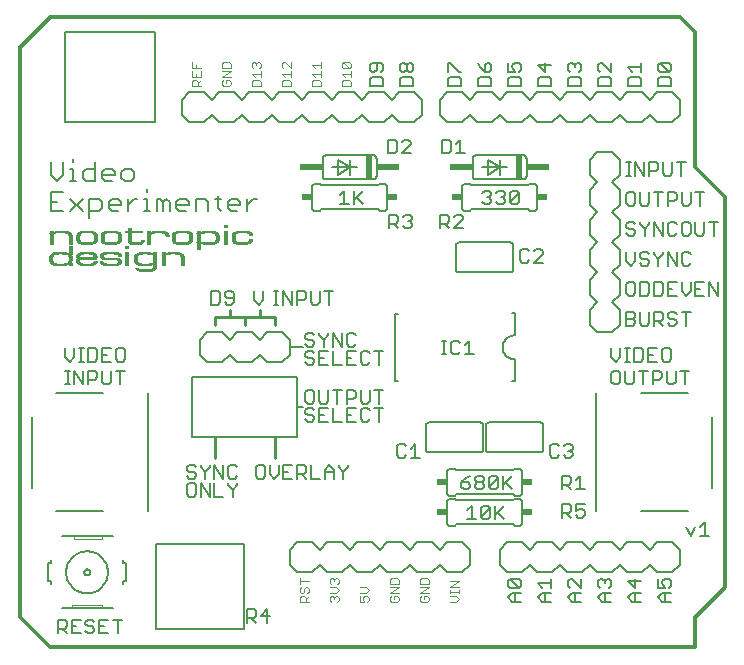
<source format=gto>
G75*
G70*
%OFA0B0*%
%FSLAX24Y24*%
%IPPOS*%
%LPD*%
%AMOC8*
5,1,8,0,0,1.08239X$1,22.5*
%
%ADD10C,0.0050*%
%ADD11C,0.0070*%
%ADD12C,0.0100*%
%ADD13C,0.0080*%
%ADD14C,0.0060*%
%ADD15R,0.0340X0.0240*%
%ADD16R,0.0200X0.0800*%
%ADD17R,0.0750X0.0200*%
%ADD18C,0.0120*%
%ADD19C,0.0030*%
%ADD20C,0.0020*%
%ADD21R,0.0288X0.0004*%
%ADD22R,0.0356X0.0004*%
%ADD23R,0.0408X0.0004*%
%ADD24R,0.0444X0.0004*%
%ADD25R,0.0472X0.0004*%
%ADD26R,0.0504X0.0004*%
%ADD27R,0.0524X0.0004*%
%ADD28R,0.0544X0.0004*%
%ADD29R,0.0564X0.0004*%
%ADD30R,0.0580X0.0004*%
%ADD31R,0.0596X0.0004*%
%ADD32R,0.0604X0.0004*%
%ADD33R,0.0616X0.0004*%
%ADD34R,0.0208X0.0004*%
%ADD35R,0.0212X0.0004*%
%ADD36R,0.0176X0.0004*%
%ADD37R,0.0188X0.0004*%
%ADD38R,0.0160X0.0004*%
%ADD39R,0.0168X0.0004*%
%ADD40R,0.0148X0.0004*%
%ADD41R,0.0160X0.0004*%
%ADD42R,0.0136X0.0004*%
%ADD43R,0.0152X0.0004*%
%ADD44R,0.0132X0.0004*%
%ADD45R,0.0144X0.0004*%
%ADD46R,0.0128X0.0004*%
%ADD47R,0.0140X0.0004*%
%ADD48R,0.0124X0.0004*%
%ADD49R,0.0136X0.0004*%
%ADD50R,0.0124X0.0004*%
%ADD51R,0.0136X0.0004*%
%ADD52R,0.0120X0.0004*%
%ADD53R,0.0128X0.0004*%
%ADD54R,0.0116X0.0004*%
%ADD55R,0.0112X0.0004*%
%ADD56R,0.0116X0.0004*%
%ADD57R,0.0112X0.0004*%
%ADD58R,0.0120X0.0004*%
%ADD59R,0.0116X0.0004*%
%ADD60R,0.0116X0.0004*%
%ADD61R,0.0204X0.0004*%
%ADD62R,0.0268X0.0004*%
%ADD63R,0.0200X0.0004*%
%ADD64R,0.0300X0.0004*%
%ADD65R,0.0308X0.0004*%
%ADD66R,0.0368X0.0004*%
%ADD67R,0.0292X0.0004*%
%ADD68R,0.0352X0.0004*%
%ADD69R,0.0368X0.0004*%
%ADD70R,0.0424X0.0004*%
%ADD71R,0.0348X0.0004*%
%ADD72R,0.0392X0.0004*%
%ADD73R,0.0408X0.0004*%
%ADD74R,0.0464X0.0004*%
%ADD75R,0.0388X0.0004*%
%ADD76R,0.0444X0.0004*%
%ADD77R,0.0496X0.0004*%
%ADD78R,0.0416X0.0004*%
%ADD79R,0.0452X0.0004*%
%ADD80R,0.0468X0.0004*%
%ADD81R,0.0524X0.0004*%
%ADD82R,0.0444X0.0004*%
%ADD83R,0.0492X0.0004*%
%ADD84R,0.0544X0.0004*%
%ADD85R,0.0468X0.0004*%
%ADD86R,0.0488X0.0004*%
%ADD87R,0.0516X0.0004*%
%ADD88R,0.0564X0.0004*%
%ADD89R,0.0508X0.0004*%
%ADD90R,0.0536X0.0004*%
%ADD91R,0.0580X0.0004*%
%ADD92R,0.0524X0.0004*%
%ADD93R,0.0552X0.0004*%
%ADD94R,0.0596X0.0004*%
%ADD95R,0.0540X0.0004*%
%ADD96R,0.0564X0.0004*%
%ADD97R,0.0612X0.0004*%
%ADD98R,0.0536X0.0004*%
%ADD99R,0.0576X0.0004*%
%ADD100R,0.0624X0.0004*%
%ADD101R,0.0680X0.0004*%
%ADD102R,0.0592X0.0004*%
%ADD103R,0.0632X0.0004*%
%ADD104R,0.0560X0.0004*%
%ADD105R,0.0688X0.0004*%
%ADD106R,0.0600X0.0004*%
%ADD107R,0.0644X0.0004*%
%ADD108R,0.0236X0.0004*%
%ADD109R,0.0312X0.0004*%
%ADD110R,0.0216X0.0004*%
%ADD111R,0.0224X0.0004*%
%ADD112R,0.0200X0.0004*%
%ADD113R,0.0244X0.0004*%
%ADD114R,0.0196X0.0004*%
%ADD115R,0.0264X0.0004*%
%ADD116R,0.0176X0.0004*%
%ADD117R,0.0172X0.0004*%
%ADD118R,0.0260X0.0004*%
%ADD119R,0.0180X0.0004*%
%ADD120R,0.0240X0.0004*%
%ADD121R,0.0152X0.0004*%
%ADD122R,0.0152X0.0004*%
%ADD123R,0.0236X0.0004*%
%ADD124R,0.0168X0.0004*%
%ADD125R,0.0224X0.0004*%
%ADD126R,0.0164X0.0004*%
%ADD127R,0.0220X0.0004*%
%ADD128R,0.0212X0.0004*%
%ADD129R,0.0140X0.0004*%
%ADD130R,0.0132X0.0004*%
%ADD131R,0.0124X0.0004*%
%ADD132R,0.0156X0.0004*%
%ADD133R,0.0204X0.0004*%
%ADD134R,0.0148X0.0004*%
%ADD135R,0.0192X0.0004*%
%ADD136R,0.0192X0.0004*%
%ADD137R,0.0184X0.0004*%
%ADD138R,0.0184X0.0004*%
%ADD139R,0.0108X0.0004*%
%ADD140R,0.0176X0.0004*%
%ADD141R,0.0136X0.0004*%
%ADD142R,0.0132X0.0004*%
%ADD143R,0.0168X0.0004*%
%ADD144R,0.0108X0.0004*%
%ADD145R,0.0164X0.0004*%
%ADD146R,0.0108X0.0004*%
%ADD147R,0.0104X0.0004*%
%ADD148R,0.0124X0.0004*%
%ADD149R,0.0156X0.0004*%
%ADD150R,0.0156X0.0004*%
%ADD151R,0.0112X0.0004*%
%ADD152R,0.0108X0.0004*%
%ADD153R,0.0104X0.0004*%
%ADD154R,0.0112X0.0004*%
%ADD155R,0.0104X0.0004*%
%ADD156R,0.0144X0.0004*%
%ADD157R,0.0144X0.0004*%
%ADD158R,0.0104X0.0004*%
%ADD159R,0.0100X0.0004*%
%ADD160R,0.0100X0.0004*%
%ADD161R,0.0096X0.0004*%
%ADD162R,0.0128X0.0004*%
%ADD163R,0.0148X0.0004*%
%ADD164R,0.0228X0.0004*%
%ADD165R,0.0504X0.0004*%
%ADD166R,0.0532X0.0004*%
%ADD167R,0.0552X0.0004*%
%ADD168R,0.0688X0.0004*%
%ADD169R,0.0564X0.0004*%
%ADD170R,0.0568X0.0004*%
%ADD171R,0.0568X0.0004*%
%ADD172R,0.0552X0.0004*%
%ADD173R,0.0536X0.0004*%
%ADD174R,0.0472X0.0004*%
%ADD175R,0.0196X0.0004*%
%ADD176R,0.0132X0.0004*%
%ADD177R,0.0164X0.0004*%
%ADD178R,0.0172X0.0004*%
%ADD179R,0.0172X0.0004*%
%ADD180R,0.0188X0.0004*%
%ADD181R,0.0192X0.0004*%
%ADD182R,0.0204X0.0004*%
%ADD183R,0.0156X0.0004*%
%ADD184R,0.0172X0.0004*%
%ADD185R,0.0216X0.0004*%
%ADD186R,0.0216X0.0004*%
%ADD187R,0.0232X0.0004*%
%ADD188R,0.0168X0.0004*%
%ADD189R,0.0228X0.0004*%
%ADD190R,0.0232X0.0004*%
%ADD191R,0.0204X0.0004*%
%ADD192R,0.0256X0.0004*%
%ADD193R,0.0252X0.0004*%
%ADD194R,0.0256X0.0004*%
%ADD195R,0.0320X0.0004*%
%ADD196R,0.0224X0.0004*%
%ADD197R,0.0300X0.0004*%
%ADD198R,0.0236X0.0004*%
%ADD199R,0.0684X0.0004*%
%ADD200R,0.0636X0.0004*%
%ADD201R,0.0548X0.0004*%
%ADD202R,0.0556X0.0004*%
%ADD203R,0.0560X0.0004*%
%ADD204R,0.0624X0.0004*%
%ADD205R,0.0548X0.0004*%
%ADD206R,0.0612X0.0004*%
%ADD207R,0.0540X0.0004*%
%ADD208R,0.0600X0.0004*%
%ADD209R,0.0508X0.0004*%
%ADD210R,0.0516X0.0004*%
%ADD211R,0.0516X0.0004*%
%ADD212R,0.0584X0.0004*%
%ADD213R,0.0496X0.0004*%
%ADD214R,0.0500X0.0004*%
%ADD215R,0.0476X0.0004*%
%ADD216R,0.0480X0.0004*%
%ADD217R,0.0472X0.0004*%
%ADD218R,0.0460X0.0004*%
%ADD219R,0.0460X0.0004*%
%ADD220R,0.0452X0.0004*%
%ADD221R,0.0432X0.0004*%
%ADD222R,0.0436X0.0004*%
%ADD223R,0.0428X0.0004*%
%ADD224R,0.0408X0.0004*%
%ADD225R,0.0484X0.0004*%
%ADD226R,0.0396X0.0004*%
%ADD227R,0.0376X0.0004*%
%ADD228R,0.0376X0.0004*%
%ADD229R,0.0376X0.0004*%
%ADD230R,0.0448X0.0004*%
%ADD231R,0.0340X0.0004*%
%ADD232R,0.0332X0.0004*%
%ADD233R,0.0412X0.0004*%
%ADD234R,0.0312X0.0004*%
%ADD235R,0.0296X0.0004*%
%ADD236R,0.0280X0.0004*%
%ADD237R,0.0356X0.0004*%
%ADD238R,0.0188X0.0004*%
%ADD239R,0.0272X0.0004*%
%ADD240R,0.0284X0.0004*%
%ADD241R,0.0308X0.0004*%
%ADD242R,0.0316X0.0004*%
%ADD243R,0.0360X0.0004*%
%ADD244R,0.0348X0.0004*%
%ADD245R,0.0380X0.0004*%
%ADD246R,0.0400X0.0004*%
%ADD247R,0.0372X0.0004*%
%ADD248R,0.0412X0.0004*%
%ADD249R,0.0396X0.0004*%
%ADD250R,0.0440X0.0004*%
%ADD251R,0.0428X0.0004*%
%ADD252R,0.0484X0.0004*%
%ADD253R,0.0504X0.0004*%
%ADD254R,0.0520X0.0004*%
%ADD255R,0.0504X0.0004*%
%ADD256R,0.0536X0.0004*%
%ADD257R,0.0452X0.0004*%
%ADD258R,0.0464X0.0004*%
%ADD259R,0.0476X0.0004*%
%ADD260R,0.0576X0.0004*%
%ADD261R,0.0556X0.0004*%
%ADD262R,0.0588X0.0004*%
%ADD263R,0.0492X0.0004*%
%ADD264R,0.0684X0.0004*%
%ADD265R,0.0216X0.0004*%
%ADD266R,0.0304X0.0004*%
%ADD267R,0.0248X0.0004*%
%ADD268R,0.0148X0.0004*%
%ADD269R,0.0232X0.0004*%
%ADD270R,0.0180X0.0004*%
%ADD271R,0.0212X0.0004*%
%ADD272R,0.0144X0.0004*%
%ADD273R,0.0152X0.0004*%
%ADD274R,0.0164X0.0004*%
%ADD275R,0.0184X0.0004*%
%ADD276R,0.0192X0.0004*%
%ADD277R,0.0208X0.0004*%
%ADD278R,0.0252X0.0004*%
%ADD279R,0.0244X0.0004*%
%ADD280R,0.0276X0.0004*%
%ADD281R,0.0268X0.0004*%
%ADD282R,0.0184X0.0004*%
%ADD283R,0.0224X0.0004*%
%ADD284R,0.0592X0.0004*%
%ADD285R,0.0264X0.0004*%
%ADD286R,0.0324X0.0004*%
%ADD287R,0.0252X0.0004*%
%ADD288R,0.0228X0.0004*%
%ADD289R,0.0572X0.0004*%
%ADD290R,0.0584X0.0004*%
%ADD291R,0.0524X0.0004*%
%ADD292R,0.0528X0.0004*%
%ADD293R,0.0512X0.0004*%
%ADD294R,0.0476X0.0004*%
%ADD295R,0.0516X0.0004*%
%ADD296R,0.0488X0.0004*%
%ADD297R,0.0432X0.0004*%
%ADD298R,0.0436X0.0004*%
%ADD299R,0.0476X0.0004*%
%ADD300R,0.0416X0.0004*%
%ADD301R,0.0416X0.0004*%
%ADD302R,0.0376X0.0004*%
%ADD303R,0.0420X0.0004*%
%ADD304R,0.0424X0.0004*%
%ADD305R,0.0384X0.0004*%
%ADD306R,0.0384X0.0004*%
%ADD307R,0.0336X0.0004*%
%ADD308R,0.0388X0.0004*%
%ADD309R,0.0296X0.0004*%
%ADD310R,0.0344X0.0004*%
%ADD311R,0.0344X0.0004*%
%ADD312R,0.0288X0.0004*%
%ADD313R,0.0280X0.0004*%
D10*
X004702Y000979D02*
X004702Y001429D01*
X004927Y001429D01*
X005002Y001354D01*
X005002Y001204D01*
X004927Y001129D01*
X004702Y001129D01*
X004852Y001129D02*
X005002Y000979D01*
X005162Y000979D02*
X005462Y000979D01*
X005622Y001054D02*
X005698Y000979D01*
X005848Y000979D01*
X005923Y001054D01*
X005923Y001129D01*
X005848Y001204D01*
X005698Y001204D01*
X005622Y001279D01*
X005622Y001354D01*
X005698Y001429D01*
X005848Y001429D01*
X005923Y001354D01*
X006083Y001429D02*
X006083Y000979D01*
X006383Y000979D01*
X006233Y001204D02*
X006083Y001204D01*
X006083Y001429D02*
X006383Y001429D01*
X006543Y001429D02*
X006843Y001429D01*
X006693Y001429D02*
X006693Y000979D01*
X007975Y001107D02*
X010898Y001107D01*
X010898Y003940D01*
X007975Y003940D01*
X007975Y001107D01*
X005462Y001429D02*
X005162Y001429D01*
X005162Y000979D01*
X005162Y001204D02*
X005312Y001204D01*
X011002Y001329D02*
X011002Y001779D01*
X011227Y001779D01*
X011302Y001704D01*
X011302Y001554D01*
X011227Y001479D01*
X011002Y001479D01*
X011152Y001479D02*
X011302Y001329D01*
X011462Y001554D02*
X011762Y001554D01*
X011687Y001329D02*
X011687Y001779D01*
X011462Y001554D01*
X010533Y005529D02*
X010533Y005754D01*
X010683Y005904D01*
X010683Y005979D01*
X010608Y006129D02*
X010683Y006204D01*
X010608Y006129D02*
X010458Y006129D01*
X010383Y006204D01*
X010383Y006504D01*
X010458Y006579D01*
X010608Y006579D01*
X010683Y006504D01*
X010223Y006579D02*
X010223Y006129D01*
X009922Y006579D01*
X009922Y006129D01*
X009922Y005979D02*
X009922Y005529D01*
X010223Y005529D01*
X010533Y005754D02*
X010383Y005904D01*
X010383Y005979D01*
X009762Y005979D02*
X009762Y005529D01*
X009462Y005979D01*
X009462Y005529D01*
X009302Y005604D02*
X009302Y005904D01*
X009227Y005979D01*
X009077Y005979D01*
X009002Y005904D01*
X009002Y005604D01*
X009077Y005529D01*
X009227Y005529D01*
X009302Y005604D01*
X009227Y006129D02*
X009077Y006129D01*
X009002Y006204D01*
X009077Y006354D02*
X009227Y006354D01*
X009302Y006279D01*
X009302Y006204D01*
X009227Y006129D01*
X009077Y006354D02*
X009002Y006429D01*
X009002Y006504D01*
X009077Y006579D01*
X009227Y006579D01*
X009302Y006504D01*
X009462Y006504D02*
X009612Y006354D01*
X009612Y006129D01*
X009612Y006354D02*
X009762Y006504D01*
X009762Y006579D01*
X009462Y006579D02*
X009462Y006504D01*
X011302Y006504D02*
X011302Y006204D01*
X011377Y006129D01*
X011527Y006129D01*
X011602Y006204D01*
X011602Y006504D01*
X011527Y006579D01*
X011377Y006579D01*
X011302Y006504D01*
X011762Y006579D02*
X011762Y006279D01*
X011912Y006129D01*
X012062Y006279D01*
X012062Y006579D01*
X012222Y006579D02*
X012222Y006129D01*
X012523Y006129D01*
X012683Y006129D02*
X012683Y006579D01*
X012908Y006579D01*
X012983Y006504D01*
X012983Y006354D01*
X012908Y006279D01*
X012683Y006279D01*
X012833Y006279D02*
X012983Y006129D01*
X013143Y006129D02*
X013443Y006129D01*
X013604Y006129D02*
X013604Y006429D01*
X013754Y006579D01*
X013904Y006429D01*
X013904Y006129D01*
X013904Y006354D02*
X013604Y006354D01*
X013143Y006579D02*
X013143Y006129D01*
X012523Y006579D02*
X012222Y006579D01*
X012222Y006354D02*
X012373Y006354D01*
X014064Y006504D02*
X014214Y006354D01*
X014214Y006129D01*
X014214Y006354D02*
X014364Y006504D01*
X014364Y006579D01*
X014064Y006579D02*
X014064Y006504D01*
X016002Y006904D02*
X016077Y006829D01*
X016227Y006829D01*
X016302Y006904D01*
X016462Y006829D02*
X016762Y006829D01*
X016612Y006829D02*
X016612Y007279D01*
X016462Y007129D01*
X016302Y007204D02*
X016227Y007279D01*
X016077Y007279D01*
X016002Y007204D01*
X016002Y006904D01*
X015404Y008029D02*
X015404Y008479D01*
X015254Y008479D02*
X015554Y008479D01*
X015404Y008629D02*
X015404Y009079D01*
X015254Y009079D02*
X015554Y009079D01*
X015093Y009079D02*
X015093Y008704D01*
X015018Y008629D01*
X014868Y008629D01*
X014793Y008704D01*
X014793Y009079D01*
X014633Y009004D02*
X014633Y008854D01*
X014558Y008779D01*
X014333Y008779D01*
X014333Y008629D02*
X014333Y009079D01*
X014558Y009079D01*
X014633Y009004D01*
X014173Y009079D02*
X013872Y009079D01*
X014023Y009079D02*
X014023Y008629D01*
X013872Y008479D02*
X013872Y008029D01*
X014173Y008029D01*
X014333Y008029D02*
X014633Y008029D01*
X014793Y008104D02*
X014868Y008029D01*
X015018Y008029D01*
X015093Y008104D01*
X014793Y008104D02*
X014793Y008404D01*
X014868Y008479D01*
X015018Y008479D01*
X015093Y008404D01*
X014633Y008479D02*
X014333Y008479D01*
X014333Y008029D01*
X014333Y008254D02*
X014483Y008254D01*
X013712Y008029D02*
X013412Y008029D01*
X013412Y008479D01*
X013712Y008479D01*
X013637Y008629D02*
X013712Y008704D01*
X013712Y009079D01*
X013412Y009079D02*
X013412Y008704D01*
X013487Y008629D01*
X013637Y008629D01*
X013562Y008254D02*
X013412Y008254D01*
X013252Y008179D02*
X013252Y008104D01*
X013177Y008029D01*
X013027Y008029D01*
X012952Y008104D01*
X013027Y008254D02*
X013177Y008254D01*
X013252Y008179D01*
X013252Y008404D02*
X013177Y008479D01*
X013027Y008479D01*
X012952Y008404D01*
X012952Y008329D01*
X013027Y008254D01*
X013027Y008629D02*
X013177Y008629D01*
X013252Y008704D01*
X013252Y009004D01*
X013177Y009079D01*
X013027Y009079D01*
X012952Y009004D01*
X012952Y008704D01*
X013027Y008629D01*
X013027Y009929D02*
X012952Y010004D01*
X013027Y009929D02*
X013177Y009929D01*
X013252Y010004D01*
X013252Y010079D01*
X013177Y010154D01*
X013027Y010154D01*
X012952Y010229D01*
X012952Y010304D01*
X013027Y010379D01*
X013177Y010379D01*
X013252Y010304D01*
X013412Y010379D02*
X013412Y009929D01*
X013712Y009929D01*
X013872Y009929D02*
X014173Y009929D01*
X014333Y009929D02*
X014633Y009929D01*
X014793Y010004D02*
X014868Y009929D01*
X015018Y009929D01*
X015093Y010004D01*
X014793Y010004D02*
X014793Y010304D01*
X014868Y010379D01*
X015018Y010379D01*
X015093Y010304D01*
X015254Y010379D02*
X015554Y010379D01*
X015404Y010379D02*
X015404Y009929D01*
X014633Y010379D02*
X014333Y010379D01*
X014333Y009929D01*
X014333Y010154D02*
X014483Y010154D01*
X014558Y010529D02*
X014633Y010604D01*
X014558Y010529D02*
X014408Y010529D01*
X014333Y010604D01*
X014333Y010904D01*
X014408Y010979D01*
X014558Y010979D01*
X014633Y010904D01*
X014173Y010979D02*
X014173Y010529D01*
X013872Y010979D01*
X013872Y010529D01*
X013872Y010379D02*
X013872Y009929D01*
X013562Y010154D02*
X013412Y010154D01*
X013412Y010379D02*
X013712Y010379D01*
X013562Y010529D02*
X013562Y010754D01*
X013712Y010904D01*
X013712Y010979D01*
X013562Y010754D02*
X013412Y010904D01*
X013412Y010979D01*
X013252Y010904D02*
X013177Y010979D01*
X013027Y010979D01*
X012952Y010904D01*
X012952Y010829D01*
X013027Y010754D01*
X013177Y010754D01*
X013252Y010679D01*
X013252Y010604D01*
X013177Y010529D01*
X013027Y010529D01*
X012952Y010604D01*
X013204Y011929D02*
X013355Y011929D01*
X013430Y012004D01*
X013430Y012379D01*
X013590Y012379D02*
X013890Y012379D01*
X013740Y012379D02*
X013740Y011929D01*
X013204Y011929D02*
X013129Y012004D01*
X013129Y012379D01*
X012969Y012304D02*
X012969Y012154D01*
X012894Y012079D01*
X012669Y012079D01*
X012669Y011929D02*
X012669Y012379D01*
X012894Y012379D01*
X012969Y012304D01*
X012509Y012379D02*
X012509Y011929D01*
X012209Y012379D01*
X012209Y011929D01*
X012052Y011929D02*
X011902Y011929D01*
X011977Y011929D02*
X011977Y012379D01*
X011902Y012379D02*
X012052Y012379D01*
X011552Y012379D02*
X011552Y012079D01*
X011402Y011929D01*
X011252Y012079D01*
X011252Y012379D01*
X010562Y012304D02*
X010562Y012004D01*
X010487Y011929D01*
X010337Y011929D01*
X010262Y012004D01*
X010102Y012004D02*
X010102Y012304D01*
X010027Y012379D01*
X009802Y012379D01*
X009802Y011929D01*
X010027Y011929D01*
X010102Y012004D01*
X010262Y012229D02*
X010337Y012154D01*
X010562Y012154D01*
X010562Y012304D02*
X010487Y012379D01*
X010337Y012379D01*
X010262Y012304D01*
X010262Y012229D01*
X006940Y010404D02*
X006940Y010104D01*
X006865Y010029D01*
X006715Y010029D01*
X006640Y010104D01*
X006640Y010404D01*
X006715Y010479D01*
X006865Y010479D01*
X006940Y010404D01*
X006480Y010479D02*
X006179Y010479D01*
X006179Y010029D01*
X006480Y010029D01*
X006329Y010254D02*
X006179Y010254D01*
X006019Y010104D02*
X006019Y010404D01*
X005944Y010479D01*
X005719Y010479D01*
X005719Y010029D01*
X005944Y010029D01*
X006019Y010104D01*
X005562Y010029D02*
X005412Y010029D01*
X005487Y010029D02*
X005487Y010479D01*
X005412Y010479D02*
X005562Y010479D01*
X005252Y010479D02*
X005252Y010179D01*
X005102Y010029D01*
X004952Y010179D01*
X004952Y010479D01*
X004952Y009729D02*
X005102Y009729D01*
X005027Y009729D02*
X005027Y009279D01*
X004952Y009279D02*
X005102Y009279D01*
X005259Y009279D02*
X005259Y009729D01*
X005559Y009279D01*
X005559Y009729D01*
X005719Y009729D02*
X005944Y009729D01*
X006019Y009654D01*
X006019Y009504D01*
X005944Y009429D01*
X005719Y009429D01*
X005719Y009279D02*
X005719Y009729D01*
X006179Y009729D02*
X006179Y009354D01*
X006254Y009279D01*
X006405Y009279D01*
X006480Y009354D01*
X006480Y009729D01*
X006640Y009729D02*
X006940Y009729D01*
X006790Y009729D02*
X006790Y009279D01*
X014102Y015279D02*
X014402Y015279D01*
X014252Y015279D02*
X014252Y015729D01*
X014102Y015579D01*
X014562Y015429D02*
X014862Y015729D01*
X014562Y015729D02*
X014562Y015279D01*
X014637Y015504D02*
X014862Y015279D01*
X015752Y014929D02*
X015977Y014929D01*
X016052Y014854D01*
X016052Y014704D01*
X015977Y014629D01*
X015752Y014629D01*
X015902Y014629D02*
X016052Y014479D01*
X016212Y014554D02*
X016287Y014479D01*
X016437Y014479D01*
X016512Y014554D01*
X016512Y014629D01*
X016437Y014704D01*
X016362Y014704D01*
X016437Y014704D02*
X016512Y014779D01*
X016512Y014854D01*
X016437Y014929D01*
X016287Y014929D01*
X016212Y014854D01*
X015752Y014929D02*
X015752Y014479D01*
X017452Y014479D02*
X017452Y014929D01*
X017677Y014929D01*
X017752Y014854D01*
X017752Y014704D01*
X017677Y014629D01*
X017452Y014629D01*
X017602Y014629D02*
X017752Y014479D01*
X017912Y014479D02*
X018212Y014779D01*
X018212Y014854D01*
X018137Y014929D01*
X017987Y014929D01*
X017912Y014854D01*
X017912Y014479D02*
X018212Y014479D01*
X018927Y015279D02*
X018852Y015354D01*
X018927Y015279D02*
X019077Y015279D01*
X019152Y015354D01*
X019152Y015429D01*
X019077Y015504D01*
X019002Y015504D01*
X019077Y015504D02*
X019152Y015579D01*
X019152Y015654D01*
X019077Y015729D01*
X018927Y015729D01*
X018852Y015654D01*
X019312Y015654D02*
X019387Y015729D01*
X019537Y015729D01*
X019612Y015654D01*
X019612Y015579D01*
X019537Y015504D01*
X019612Y015429D01*
X019612Y015354D01*
X019537Y015279D01*
X019387Y015279D01*
X019312Y015354D01*
X019462Y015504D02*
X019537Y015504D01*
X019772Y015354D02*
X020073Y015654D01*
X020073Y015354D01*
X019998Y015279D01*
X019848Y015279D01*
X019772Y015354D01*
X019772Y015654D01*
X019848Y015729D01*
X019998Y015729D01*
X020073Y015654D01*
X018262Y016979D02*
X017962Y016979D01*
X018112Y016979D02*
X018112Y017429D01*
X017962Y017279D01*
X017802Y017354D02*
X017802Y017054D01*
X017727Y016979D01*
X017502Y016979D01*
X017502Y017429D01*
X017727Y017429D01*
X017802Y017354D01*
X016462Y017354D02*
X016462Y017279D01*
X016162Y016979D01*
X016462Y016979D01*
X016462Y017354D02*
X016387Y017429D01*
X016237Y017429D01*
X016162Y017354D01*
X016002Y017354D02*
X015927Y017429D01*
X015702Y017429D01*
X015702Y016979D01*
X015927Y016979D01*
X016002Y017054D01*
X016002Y017354D01*
X016101Y019229D02*
X016101Y019454D01*
X016176Y019529D01*
X016477Y019529D01*
X016552Y019454D01*
X016552Y019229D01*
X016101Y019229D01*
X016176Y019689D02*
X016252Y019689D01*
X016327Y019764D01*
X016327Y019914D01*
X016402Y019990D01*
X016477Y019990D01*
X016552Y019914D01*
X016552Y019764D01*
X016477Y019689D01*
X016402Y019689D01*
X016327Y019764D01*
X016327Y019914D02*
X016252Y019990D01*
X016176Y019990D01*
X016101Y019914D01*
X016101Y019764D01*
X016176Y019689D01*
X015552Y019764D02*
X015552Y019914D01*
X015477Y019990D01*
X015176Y019990D01*
X015101Y019914D01*
X015101Y019764D01*
X015176Y019689D01*
X015252Y019689D01*
X015327Y019764D01*
X015327Y019990D01*
X015552Y019764D02*
X015477Y019689D01*
X015477Y019529D02*
X015176Y019529D01*
X015101Y019454D01*
X015101Y019229D01*
X015552Y019229D01*
X015552Y019454D01*
X015477Y019529D01*
X017701Y019454D02*
X017701Y019229D01*
X018152Y019229D01*
X018152Y019454D01*
X018077Y019529D01*
X017776Y019529D01*
X017701Y019454D01*
X017701Y019689D02*
X017701Y019990D01*
X017776Y019990D01*
X018077Y019689D01*
X018152Y019689D01*
X018701Y019454D02*
X018701Y019229D01*
X019152Y019229D01*
X019152Y019454D01*
X019077Y019529D01*
X018776Y019529D01*
X018701Y019454D01*
X018927Y019689D02*
X018927Y019914D01*
X019002Y019990D01*
X019077Y019990D01*
X019152Y019914D01*
X019152Y019764D01*
X019077Y019689D01*
X018927Y019689D01*
X018776Y019839D01*
X018701Y019990D01*
X019701Y019990D02*
X019701Y019689D01*
X019927Y019689D01*
X019852Y019839D01*
X019852Y019914D01*
X019927Y019990D01*
X020077Y019990D01*
X020152Y019914D01*
X020152Y019764D01*
X020077Y019689D01*
X020077Y019529D02*
X019776Y019529D01*
X019701Y019454D01*
X019701Y019229D01*
X020152Y019229D01*
X020152Y019454D01*
X020077Y019529D01*
X020701Y019454D02*
X020701Y019229D01*
X021152Y019229D01*
X021152Y019454D01*
X021077Y019529D01*
X020776Y019529D01*
X020701Y019454D01*
X020927Y019689D02*
X020927Y019990D01*
X021152Y019914D02*
X020701Y019914D01*
X020927Y019689D01*
X021701Y019764D02*
X021776Y019689D01*
X021701Y019764D02*
X021701Y019914D01*
X021776Y019990D01*
X021852Y019990D01*
X021927Y019914D01*
X022002Y019990D01*
X022077Y019990D01*
X022152Y019914D01*
X022152Y019764D01*
X022077Y019689D01*
X022077Y019529D02*
X021776Y019529D01*
X021701Y019454D01*
X021701Y019229D01*
X022152Y019229D01*
X022152Y019454D01*
X022077Y019529D01*
X021927Y019839D02*
X021927Y019914D01*
X022701Y019914D02*
X022701Y019764D01*
X022776Y019689D01*
X022776Y019529D02*
X022701Y019454D01*
X022701Y019229D01*
X023152Y019229D01*
X023152Y019454D01*
X023077Y019529D01*
X022776Y019529D01*
X022701Y019914D02*
X022776Y019990D01*
X022852Y019990D01*
X023152Y019689D01*
X023152Y019990D01*
X023701Y019839D02*
X023852Y019689D01*
X023776Y019529D02*
X023701Y019454D01*
X023701Y019229D01*
X024152Y019229D01*
X024152Y019454D01*
X024077Y019529D01*
X023776Y019529D01*
X023701Y019839D02*
X024152Y019839D01*
X024152Y019689D02*
X024152Y019990D01*
X024701Y019914D02*
X024776Y019990D01*
X025077Y019689D01*
X025152Y019764D01*
X025152Y019914D01*
X025077Y019990D01*
X024776Y019990D01*
X024701Y019914D02*
X024701Y019764D01*
X024776Y019689D01*
X025077Y019689D01*
X025077Y019529D02*
X024776Y019529D01*
X024701Y019454D01*
X024701Y019229D01*
X025152Y019229D01*
X025152Y019454D01*
X025077Y019529D01*
X025180Y016679D02*
X025180Y016304D01*
X025105Y016229D01*
X024954Y016229D01*
X024879Y016304D01*
X024879Y016679D01*
X024719Y016604D02*
X024719Y016454D01*
X024644Y016379D01*
X024419Y016379D01*
X024419Y016229D02*
X024419Y016679D01*
X024644Y016679D01*
X024719Y016604D01*
X024259Y016679D02*
X024259Y016229D01*
X023959Y016679D01*
X023959Y016229D01*
X023802Y016229D02*
X023652Y016229D01*
X023727Y016229D02*
X023727Y016679D01*
X023652Y016679D02*
X023802Y016679D01*
X023727Y015679D02*
X023652Y015604D01*
X023652Y015304D01*
X023727Y015229D01*
X023877Y015229D01*
X023952Y015304D01*
X023952Y015604D01*
X023877Y015679D01*
X023727Y015679D01*
X024112Y015679D02*
X024112Y015304D01*
X024187Y015229D01*
X024337Y015229D01*
X024412Y015304D01*
X024412Y015679D01*
X024572Y015679D02*
X024873Y015679D01*
X024723Y015679D02*
X024723Y015229D01*
X025033Y015229D02*
X025033Y015679D01*
X025258Y015679D01*
X025333Y015604D01*
X025333Y015454D01*
X025258Y015379D01*
X025033Y015379D01*
X025493Y015304D02*
X025568Y015229D01*
X025718Y015229D01*
X025793Y015304D01*
X025793Y015679D01*
X025954Y015679D02*
X026254Y015679D01*
X026104Y015679D02*
X026104Y015229D01*
X025493Y015304D02*
X025493Y015679D01*
X025490Y016229D02*
X025490Y016679D01*
X025340Y016679D02*
X025640Y016679D01*
X025568Y014679D02*
X025493Y014604D01*
X025493Y014304D01*
X025568Y014229D01*
X025718Y014229D01*
X025793Y014304D01*
X025793Y014604D01*
X025718Y014679D01*
X025568Y014679D01*
X025333Y014604D02*
X025258Y014679D01*
X025108Y014679D01*
X025033Y014604D01*
X025033Y014304D01*
X025108Y014229D01*
X025258Y014229D01*
X025333Y014304D01*
X024873Y014229D02*
X024873Y014679D01*
X024572Y014679D02*
X024873Y014229D01*
X024572Y014229D02*
X024572Y014679D01*
X024412Y014679D02*
X024412Y014604D01*
X024262Y014454D01*
X024262Y014229D01*
X024262Y014454D02*
X024112Y014604D01*
X024112Y014679D01*
X023952Y014604D02*
X023877Y014679D01*
X023727Y014679D01*
X023652Y014604D01*
X023652Y014529D01*
X023727Y014454D01*
X023877Y014454D01*
X023952Y014379D01*
X023952Y014304D01*
X023877Y014229D01*
X023727Y014229D01*
X023652Y014304D01*
X023652Y013679D02*
X023652Y013379D01*
X023802Y013229D01*
X023952Y013379D01*
X023952Y013679D01*
X024112Y013604D02*
X024112Y013529D01*
X024187Y013454D01*
X024337Y013454D01*
X024412Y013379D01*
X024412Y013304D01*
X024337Y013229D01*
X024187Y013229D01*
X024112Y013304D01*
X024112Y013604D02*
X024187Y013679D01*
X024337Y013679D01*
X024412Y013604D01*
X024572Y013604D02*
X024723Y013454D01*
X024723Y013229D01*
X024723Y013454D02*
X024873Y013604D01*
X024873Y013679D01*
X025033Y013679D02*
X025333Y013229D01*
X025333Y013679D01*
X025493Y013604D02*
X025493Y013304D01*
X025568Y013229D01*
X025718Y013229D01*
X025793Y013304D01*
X025793Y013604D02*
X025718Y013679D01*
X025568Y013679D01*
X025493Y013604D01*
X025033Y013679D02*
X025033Y013229D01*
X024572Y013604D02*
X024572Y013679D01*
X024572Y012679D02*
X024798Y012679D01*
X024873Y012604D01*
X024873Y012304D01*
X024798Y012229D01*
X024572Y012229D01*
X024572Y012679D01*
X024412Y012604D02*
X024337Y012679D01*
X024112Y012679D01*
X024112Y012229D01*
X024337Y012229D01*
X024412Y012304D01*
X024412Y012604D01*
X023952Y012604D02*
X023952Y012304D01*
X023877Y012229D01*
X023727Y012229D01*
X023652Y012304D01*
X023652Y012604D01*
X023727Y012679D01*
X023877Y012679D01*
X023952Y012604D01*
X025033Y012679D02*
X025033Y012229D01*
X025333Y012229D01*
X025493Y012379D02*
X025643Y012229D01*
X025793Y012379D01*
X025793Y012679D01*
X025954Y012679D02*
X025954Y012229D01*
X026254Y012229D01*
X026414Y012229D02*
X026414Y012679D01*
X026714Y012229D01*
X026714Y012679D01*
X026254Y012679D02*
X025954Y012679D01*
X025954Y012454D02*
X026104Y012454D01*
X025493Y012379D02*
X025493Y012679D01*
X025333Y012679D02*
X025033Y012679D01*
X025033Y012454D02*
X025183Y012454D01*
X025258Y011679D02*
X025108Y011679D01*
X025033Y011604D01*
X025033Y011529D01*
X025108Y011454D01*
X025258Y011454D01*
X025333Y011379D01*
X025333Y011304D01*
X025258Y011229D01*
X025108Y011229D01*
X025033Y011304D01*
X024873Y011229D02*
X024723Y011379D01*
X024798Y011379D02*
X024572Y011379D01*
X024572Y011229D02*
X024572Y011679D01*
X024798Y011679D01*
X024873Y011604D01*
X024873Y011454D01*
X024798Y011379D01*
X024412Y011304D02*
X024337Y011229D01*
X024187Y011229D01*
X024112Y011304D01*
X024112Y011679D01*
X023952Y011604D02*
X023952Y011529D01*
X023877Y011454D01*
X023652Y011454D01*
X023877Y011454D02*
X023952Y011379D01*
X023952Y011304D01*
X023877Y011229D01*
X023652Y011229D01*
X023652Y011679D01*
X023877Y011679D01*
X023952Y011604D01*
X024412Y011679D02*
X024412Y011304D01*
X025258Y011679D02*
X025333Y011604D01*
X025493Y011679D02*
X025793Y011679D01*
X025643Y011679D02*
X025643Y011229D01*
X025065Y010479D02*
X025140Y010404D01*
X025140Y010104D01*
X025065Y010029D01*
X024915Y010029D01*
X024840Y010104D01*
X024840Y010404D01*
X024915Y010479D01*
X025065Y010479D01*
X024680Y010479D02*
X024379Y010479D01*
X024379Y010029D01*
X024680Y010029D01*
X024529Y010254D02*
X024379Y010254D01*
X024219Y010104D02*
X024219Y010404D01*
X024144Y010479D01*
X023919Y010479D01*
X023919Y010029D01*
X024144Y010029D01*
X024219Y010104D01*
X023762Y010029D02*
X023612Y010029D01*
X023687Y010029D02*
X023687Y010479D01*
X023612Y010479D02*
X023762Y010479D01*
X023452Y010479D02*
X023452Y010179D01*
X023302Y010029D01*
X023152Y010179D01*
X023152Y010479D01*
X023227Y009729D02*
X023152Y009654D01*
X023152Y009354D01*
X023227Y009279D01*
X023377Y009279D01*
X023452Y009354D01*
X023452Y009654D01*
X023377Y009729D01*
X023227Y009729D01*
X023612Y009729D02*
X023612Y009354D01*
X023687Y009279D01*
X023837Y009279D01*
X023912Y009354D01*
X023912Y009729D01*
X024072Y009729D02*
X024373Y009729D01*
X024223Y009729D02*
X024223Y009279D01*
X024533Y009279D02*
X024533Y009729D01*
X024758Y009729D01*
X024833Y009654D01*
X024833Y009504D01*
X024758Y009429D01*
X024533Y009429D01*
X024993Y009354D02*
X025068Y009279D01*
X025218Y009279D01*
X025293Y009354D01*
X025293Y009729D01*
X025454Y009729D02*
X025754Y009729D01*
X025604Y009729D02*
X025604Y009279D01*
X024993Y009354D02*
X024993Y009729D01*
X021862Y007204D02*
X021787Y007279D01*
X021637Y007279D01*
X021562Y007204D01*
X021402Y007204D02*
X021327Y007279D01*
X021177Y007279D01*
X021102Y007204D01*
X021102Y006904D01*
X021177Y006829D01*
X021327Y006829D01*
X021402Y006904D01*
X021562Y006904D02*
X021637Y006829D01*
X021787Y006829D01*
X021862Y006904D01*
X021862Y006979D01*
X021787Y007054D01*
X021712Y007054D01*
X021787Y007054D02*
X021862Y007129D01*
X021862Y007204D01*
X021727Y006229D02*
X021502Y006229D01*
X021502Y005779D01*
X021502Y005929D02*
X021727Y005929D01*
X021802Y006004D01*
X021802Y006154D01*
X021727Y006229D01*
X021962Y006079D02*
X022112Y006229D01*
X022112Y005779D01*
X021962Y005779D02*
X022262Y005779D01*
X021802Y005779D02*
X021652Y005929D01*
X021727Y005279D02*
X021502Y005279D01*
X021502Y004829D01*
X021502Y004979D02*
X021727Y004979D01*
X021802Y005054D01*
X021802Y005204D01*
X021727Y005279D01*
X021962Y005279D02*
X021962Y005054D01*
X022112Y005129D01*
X022187Y005129D01*
X022262Y005054D01*
X022262Y004904D01*
X022187Y004829D01*
X022037Y004829D01*
X021962Y004904D01*
X021802Y004829D02*
X021652Y004979D01*
X021962Y005279D02*
X022262Y005279D01*
X019833Y005779D02*
X019608Y006004D01*
X019533Y005929D02*
X019833Y006229D01*
X019533Y006229D02*
X019533Y005779D01*
X019373Y005854D02*
X019298Y005779D01*
X019148Y005779D01*
X019072Y005854D01*
X019373Y006154D01*
X019373Y005854D01*
X019373Y006154D02*
X019298Y006229D01*
X019148Y006229D01*
X019072Y006154D01*
X019072Y005854D01*
X018912Y005854D02*
X018837Y005779D01*
X018687Y005779D01*
X018612Y005854D01*
X018612Y005929D01*
X018687Y006004D01*
X018837Y006004D01*
X018912Y005929D01*
X018912Y005854D01*
X018837Y006004D02*
X018912Y006079D01*
X018912Y006154D01*
X018837Y006229D01*
X018687Y006229D01*
X018612Y006154D01*
X018612Y006079D01*
X018687Y006004D01*
X018452Y005929D02*
X018377Y006004D01*
X018152Y006004D01*
X018152Y005854D01*
X018227Y005779D01*
X018377Y005779D01*
X018452Y005854D01*
X018452Y005929D01*
X018302Y006154D02*
X018152Y006004D01*
X018302Y006154D02*
X018452Y006229D01*
X018502Y005229D02*
X018502Y004779D01*
X018352Y004779D02*
X018652Y004779D01*
X018812Y004854D02*
X019112Y005154D01*
X019112Y004854D01*
X019037Y004779D01*
X018887Y004779D01*
X018812Y004854D01*
X018812Y005154D01*
X018887Y005229D01*
X019037Y005229D01*
X019112Y005154D01*
X019272Y005229D02*
X019272Y004779D01*
X019272Y004929D02*
X019573Y005229D01*
X019348Y005004D02*
X019573Y004779D01*
X018502Y005229D02*
X018352Y005079D01*
X019776Y002790D02*
X019701Y002714D01*
X019701Y002564D01*
X019776Y002489D01*
X020077Y002489D01*
X019776Y002790D01*
X020077Y002790D01*
X020152Y002714D01*
X020152Y002564D01*
X020077Y002489D01*
X020152Y002329D02*
X019852Y002329D01*
X019701Y002179D01*
X019852Y002029D01*
X020152Y002029D01*
X019927Y002029D02*
X019927Y002329D01*
X020701Y002179D02*
X020852Y002029D01*
X021152Y002029D01*
X020927Y002029D02*
X020927Y002329D01*
X020852Y002329D02*
X021152Y002329D01*
X021152Y002489D02*
X021152Y002790D01*
X021152Y002639D02*
X020701Y002639D01*
X020852Y002489D01*
X020852Y002329D02*
X020701Y002179D01*
X021701Y002179D02*
X021852Y002029D01*
X022152Y002029D01*
X021927Y002029D02*
X021927Y002329D01*
X021852Y002329D02*
X022152Y002329D01*
X022152Y002489D02*
X021852Y002790D01*
X021776Y002790D01*
X021701Y002714D01*
X021701Y002564D01*
X021776Y002489D01*
X021852Y002329D02*
X021701Y002179D01*
X022152Y002489D02*
X022152Y002790D01*
X022701Y002714D02*
X022701Y002564D01*
X022776Y002489D01*
X022852Y002329D02*
X022701Y002179D01*
X022852Y002029D01*
X023152Y002029D01*
X022927Y002029D02*
X022927Y002329D01*
X022852Y002329D02*
X023152Y002329D01*
X023077Y002489D02*
X023152Y002564D01*
X023152Y002714D01*
X023077Y002790D01*
X023002Y002790D01*
X022927Y002714D01*
X022927Y002639D01*
X022927Y002714D02*
X022852Y002790D01*
X022776Y002790D01*
X022701Y002714D01*
X023701Y002714D02*
X023927Y002489D01*
X023927Y002790D01*
X024152Y002714D02*
X023701Y002714D01*
X023852Y002329D02*
X024152Y002329D01*
X023927Y002329D02*
X023927Y002029D01*
X023852Y002029D02*
X023701Y002179D01*
X023852Y002329D01*
X023852Y002029D02*
X024152Y002029D01*
X024701Y002179D02*
X024852Y002029D01*
X025152Y002029D01*
X024927Y002029D02*
X024927Y002329D01*
X024852Y002329D02*
X025152Y002329D01*
X025077Y002489D02*
X025152Y002564D01*
X025152Y002714D01*
X025077Y002790D01*
X024927Y002790D01*
X024852Y002714D01*
X024852Y002639D01*
X024927Y002489D01*
X024701Y002489D01*
X024701Y002790D01*
X024852Y002329D02*
X024701Y002179D01*
X025802Y004229D02*
X025952Y004529D01*
X026112Y004529D02*
X026262Y004679D01*
X026262Y004229D01*
X026112Y004229D02*
X026412Y004229D01*
X025802Y004229D02*
X025652Y004529D01*
X018569Y010279D02*
X018269Y010279D01*
X018419Y010279D02*
X018419Y010729D01*
X018269Y010579D01*
X018109Y010654D02*
X018034Y010729D01*
X017884Y010729D01*
X017809Y010654D01*
X017809Y010354D01*
X017884Y010279D01*
X018034Y010279D01*
X018109Y010354D01*
X017652Y010279D02*
X017502Y010279D01*
X017577Y010279D02*
X017577Y010729D01*
X017502Y010729D02*
X017652Y010729D01*
X020177Y013329D02*
X020327Y013329D01*
X020402Y013404D01*
X020562Y013329D02*
X020862Y013629D01*
X020862Y013704D01*
X020787Y013779D01*
X020637Y013779D01*
X020562Y013704D01*
X020402Y013704D02*
X020327Y013779D01*
X020177Y013779D01*
X020102Y013704D01*
X020102Y013404D01*
X020177Y013329D01*
X020562Y013329D02*
X020862Y013329D01*
X025954Y014304D02*
X026029Y014229D01*
X026179Y014229D01*
X026254Y014304D01*
X026254Y014679D01*
X026414Y014679D02*
X026714Y014679D01*
X026564Y014679D02*
X026564Y014229D01*
X025954Y014304D02*
X025954Y014679D01*
X007927Y018004D02*
X007927Y021004D01*
X004927Y021004D01*
X004927Y018004D01*
X007927Y018004D01*
D11*
X005956Y016669D02*
X005956Y016039D01*
X005641Y016039D01*
X005536Y016144D01*
X005536Y016354D01*
X005641Y016459D01*
X005956Y016459D01*
X006181Y016354D02*
X006181Y016144D01*
X006286Y016039D01*
X006496Y016039D01*
X006601Y016249D02*
X006181Y016249D01*
X006181Y016354D02*
X006286Y016459D01*
X006496Y016459D01*
X006601Y016354D01*
X006601Y016249D01*
X006825Y016354D02*
X006825Y016144D01*
X006930Y016039D01*
X007140Y016039D01*
X007245Y016144D01*
X007245Y016354D01*
X007140Y016459D01*
X006930Y016459D01*
X006825Y016354D01*
X007682Y015775D02*
X007682Y015669D01*
X007682Y015459D02*
X007577Y015459D01*
X007682Y015459D02*
X007682Y015039D01*
X007577Y015039D02*
X007787Y015039D01*
X008007Y015039D02*
X008007Y015459D01*
X008112Y015459D01*
X008217Y015354D01*
X008322Y015459D01*
X008427Y015354D01*
X008427Y015039D01*
X008217Y015039D02*
X008217Y015354D01*
X008651Y015354D02*
X008651Y015144D01*
X008756Y015039D01*
X008966Y015039D01*
X009072Y015249D02*
X008651Y015249D01*
X008651Y015354D02*
X008756Y015459D01*
X008966Y015459D01*
X009072Y015354D01*
X009072Y015249D01*
X009296Y015039D02*
X009296Y015459D01*
X009611Y015459D01*
X009716Y015354D01*
X009716Y015039D01*
X010045Y015144D02*
X010150Y015039D01*
X010045Y015144D02*
X010045Y015564D01*
X009940Y015459D02*
X010150Y015459D01*
X010370Y015354D02*
X010475Y015459D01*
X010685Y015459D01*
X010790Y015354D01*
X010790Y015249D01*
X010370Y015249D01*
X010370Y015144D02*
X010370Y015354D01*
X010370Y015144D02*
X010475Y015039D01*
X010685Y015039D01*
X011014Y015039D02*
X011014Y015459D01*
X011014Y015249D02*
X011225Y015459D01*
X011330Y015459D01*
X007355Y015459D02*
X007250Y015459D01*
X007040Y015249D01*
X007040Y015039D02*
X007040Y015459D01*
X006816Y015354D02*
X006816Y015249D01*
X006395Y015249D01*
X006395Y015144D02*
X006395Y015354D01*
X006500Y015459D01*
X006711Y015459D01*
X006816Y015354D01*
X006711Y015039D02*
X006500Y015039D01*
X006395Y015144D01*
X006171Y015144D02*
X006171Y015354D01*
X006066Y015459D01*
X005751Y015459D01*
X005751Y014829D01*
X005751Y015039D02*
X006066Y015039D01*
X006171Y015144D01*
X005527Y015039D02*
X005106Y015459D01*
X004882Y015669D02*
X004462Y015669D01*
X004462Y015039D01*
X004882Y015039D01*
X005106Y015039D02*
X005527Y015459D01*
X005316Y016039D02*
X005106Y016039D01*
X005211Y016039D02*
X005211Y016459D01*
X005106Y016459D01*
X005211Y016669D02*
X005211Y016775D01*
X004882Y016669D02*
X004882Y016249D01*
X004672Y016039D01*
X004462Y016249D01*
X004462Y016669D01*
X004462Y015354D02*
X004672Y015354D01*
D12*
X009927Y011504D02*
X010427Y011504D01*
X010427Y011754D01*
X010427Y011504D02*
X010927Y011504D01*
X010927Y011254D01*
X010927Y011504D02*
X011427Y011504D01*
X011427Y011754D01*
X011427Y011504D02*
X011927Y011504D01*
X011927Y011254D01*
X009927Y011254D02*
X009927Y011504D01*
X009927Y007504D02*
X009927Y006804D01*
X011927Y006804D02*
X011927Y007504D01*
X004427Y000504D02*
X003427Y001504D01*
X003427Y020504D01*
X004427Y021504D01*
X025427Y021504D01*
X025927Y021004D01*
X025927Y016504D01*
X026927Y015504D01*
X026927Y002504D01*
X025927Y001504D01*
X025927Y000504D01*
X004427Y000504D01*
D13*
X004639Y005035D02*
X006214Y005035D01*
X007710Y005035D02*
X007710Y008972D01*
X006214Y008972D02*
X004639Y008972D01*
X003852Y008185D02*
X003852Y005823D01*
X009177Y007504D02*
X009177Y009504D01*
X012677Y009504D01*
X012677Y008504D01*
X012877Y008504D01*
X012677Y008504D02*
X012677Y007504D01*
X011927Y007504D01*
X009927Y007504D01*
X009177Y007504D01*
X009677Y010004D02*
X010177Y010004D01*
X010427Y010254D01*
X010677Y010004D01*
X011177Y010004D01*
X011427Y010254D01*
X011677Y010004D01*
X012177Y010004D01*
X012427Y010254D01*
X012427Y010754D01*
X012177Y011004D01*
X011677Y011004D01*
X011427Y010754D01*
X011177Y011004D01*
X010677Y011004D01*
X010427Y010754D01*
X010177Y011004D01*
X009677Y011004D01*
X009427Y010754D01*
X009427Y010254D01*
X009677Y010004D01*
X012427Y010504D02*
X012877Y010504D01*
X012677Y004004D02*
X012427Y003754D01*
X012427Y003254D01*
X012677Y003004D01*
X013177Y003004D01*
X013427Y003254D01*
X013677Y003004D01*
X014177Y003004D01*
X014427Y003254D01*
X014677Y003004D01*
X015177Y003004D01*
X015427Y003254D01*
X015677Y003004D01*
X016177Y003004D01*
X016427Y003254D01*
X016677Y003004D01*
X017177Y003004D01*
X017427Y003254D01*
X017677Y003004D01*
X018177Y003004D01*
X018427Y003254D01*
X018427Y003754D01*
X018177Y004004D01*
X017677Y004004D01*
X017427Y003754D01*
X017177Y004004D01*
X016677Y004004D01*
X016427Y003754D01*
X016177Y004004D01*
X015677Y004004D01*
X015427Y003754D01*
X015177Y004004D01*
X014677Y004004D01*
X014427Y003754D01*
X014177Y004004D01*
X013677Y004004D01*
X013427Y003754D01*
X013177Y004004D01*
X012677Y004004D01*
X019427Y003754D02*
X019427Y003254D01*
X019677Y003004D01*
X020177Y003004D01*
X020427Y003254D01*
X020677Y003004D01*
X021177Y003004D01*
X021427Y003254D01*
X021677Y003004D01*
X022177Y003004D01*
X022427Y003254D01*
X022677Y003004D01*
X023177Y003004D01*
X023427Y003254D01*
X023677Y003004D01*
X024177Y003004D01*
X024427Y003254D01*
X024677Y003004D01*
X025177Y003004D01*
X025427Y003254D01*
X025427Y003754D01*
X025177Y004004D01*
X024677Y004004D01*
X024427Y003754D01*
X024177Y004004D01*
X023677Y004004D01*
X023427Y003754D01*
X023177Y004004D01*
X022677Y004004D01*
X022427Y003754D01*
X022177Y004004D01*
X021677Y004004D01*
X021427Y003754D01*
X021177Y004004D01*
X020677Y004004D01*
X020427Y003754D01*
X020177Y004004D01*
X019677Y004004D01*
X019427Y003754D01*
X022643Y005035D02*
X022643Y008972D01*
X024139Y008972D02*
X025714Y008972D01*
X026502Y008185D02*
X026502Y005823D01*
X025714Y005035D02*
X024139Y005035D01*
X023177Y011004D02*
X022677Y011004D01*
X022427Y011254D01*
X022427Y011754D01*
X022677Y012004D01*
X022427Y012254D01*
X022427Y012754D01*
X022677Y013004D01*
X022427Y013254D01*
X022427Y013754D01*
X022677Y014004D01*
X022427Y014254D01*
X022427Y014754D01*
X022677Y015004D01*
X022427Y015254D01*
X022427Y015754D01*
X022677Y016004D01*
X022427Y016254D01*
X022427Y016754D01*
X022677Y017004D01*
X023177Y017004D01*
X023427Y016754D01*
X023427Y016254D01*
X023177Y016004D01*
X023427Y015754D01*
X023427Y015254D01*
X023177Y015004D01*
X023427Y014754D01*
X023427Y014254D01*
X023177Y014004D01*
X023427Y013754D01*
X023427Y013254D01*
X023177Y013004D01*
X023427Y012754D01*
X023427Y012254D01*
X023177Y012004D01*
X023427Y011754D01*
X023427Y011254D01*
X023177Y011004D01*
X023177Y018004D02*
X022677Y018004D01*
X022427Y018254D01*
X022177Y018004D01*
X021677Y018004D01*
X021427Y018254D01*
X021177Y018004D01*
X020677Y018004D01*
X020427Y018254D01*
X020177Y018004D01*
X019677Y018004D01*
X019427Y018254D01*
X019177Y018004D01*
X018677Y018004D01*
X018427Y018254D01*
X018177Y018004D01*
X017677Y018004D01*
X017427Y018254D01*
X017427Y018754D01*
X017677Y019004D01*
X018177Y019004D01*
X018427Y018754D01*
X018677Y019004D01*
X019177Y019004D01*
X019427Y018754D01*
X019677Y019004D01*
X020177Y019004D01*
X020427Y018754D01*
X020677Y019004D01*
X021177Y019004D01*
X021427Y018754D01*
X021677Y019004D01*
X022177Y019004D01*
X022427Y018754D01*
X022677Y019004D01*
X023177Y019004D01*
X023427Y018754D01*
X023677Y019004D01*
X024177Y019004D01*
X024427Y018754D01*
X024677Y019004D01*
X025177Y019004D01*
X025427Y018754D01*
X025427Y018254D01*
X025177Y018004D01*
X024677Y018004D01*
X024427Y018254D01*
X024177Y018004D01*
X023677Y018004D01*
X023427Y018254D01*
X023177Y018004D01*
X016827Y018254D02*
X016577Y018004D01*
X016077Y018004D01*
X015827Y018254D01*
X015577Y018004D01*
X015077Y018004D01*
X014827Y018254D01*
X014577Y018004D01*
X014077Y018004D01*
X013827Y018254D01*
X013577Y018004D01*
X013077Y018004D01*
X012827Y018254D01*
X012577Y018004D01*
X012077Y018004D01*
X011827Y018254D01*
X011577Y018004D01*
X011077Y018004D01*
X010827Y018254D01*
X010577Y018004D01*
X010077Y018004D01*
X009827Y018254D01*
X009577Y018004D01*
X009077Y018004D01*
X008827Y018254D01*
X008827Y018754D01*
X009077Y019004D01*
X009577Y019004D01*
X009827Y018754D01*
X010077Y019004D01*
X010577Y019004D01*
X010827Y018754D01*
X011077Y019004D01*
X011577Y019004D01*
X011827Y018754D01*
X012077Y019004D01*
X012577Y019004D01*
X012827Y018754D01*
X013077Y019004D01*
X013577Y019004D01*
X013827Y018754D01*
X014077Y019004D01*
X014577Y019004D01*
X014827Y018754D01*
X015077Y019004D01*
X015577Y019004D01*
X015827Y018754D01*
X016077Y019004D01*
X016577Y019004D01*
X016827Y018754D01*
X016827Y018254D01*
D14*
X015227Y016904D02*
X013627Y016904D01*
X013610Y016902D01*
X013593Y016898D01*
X013577Y016891D01*
X013563Y016881D01*
X013550Y016868D01*
X013540Y016854D01*
X013533Y016838D01*
X013529Y016821D01*
X013527Y016804D01*
X013527Y016204D01*
X013529Y016187D01*
X013533Y016170D01*
X013540Y016154D01*
X013550Y016140D01*
X013563Y016127D01*
X013577Y016117D01*
X013593Y016110D01*
X013610Y016106D01*
X013627Y016104D01*
X015227Y016104D01*
X015244Y016106D01*
X015261Y016110D01*
X015277Y016117D01*
X015291Y016127D01*
X015304Y016140D01*
X015314Y016154D01*
X015321Y016170D01*
X015325Y016187D01*
X015327Y016204D01*
X015327Y016804D01*
X015325Y016821D01*
X015321Y016838D01*
X015314Y016854D01*
X015304Y016868D01*
X015291Y016881D01*
X015277Y016891D01*
X015261Y016898D01*
X015244Y016902D01*
X015227Y016904D01*
X014677Y016504D02*
X014427Y016504D01*
X014427Y016754D01*
X014427Y016504D02*
X014427Y016254D01*
X014427Y016504D02*
X014027Y016254D01*
X014027Y016754D01*
X014427Y016504D01*
X013827Y016504D01*
X013427Y015954D02*
X013277Y015954D01*
X013260Y015952D01*
X013243Y015948D01*
X013227Y015941D01*
X013213Y015931D01*
X013200Y015918D01*
X013190Y015904D01*
X013183Y015888D01*
X013179Y015871D01*
X013177Y015854D01*
X013177Y015154D01*
X013179Y015137D01*
X013183Y015120D01*
X013190Y015104D01*
X013200Y015090D01*
X013213Y015077D01*
X013227Y015067D01*
X013243Y015060D01*
X013260Y015056D01*
X013277Y015054D01*
X013427Y015054D01*
X013477Y015104D01*
X015377Y015104D01*
X015427Y015054D01*
X015577Y015054D01*
X015594Y015056D01*
X015611Y015060D01*
X015627Y015067D01*
X015641Y015077D01*
X015654Y015090D01*
X015664Y015104D01*
X015671Y015120D01*
X015675Y015137D01*
X015677Y015154D01*
X015677Y015854D01*
X015675Y015871D01*
X015671Y015888D01*
X015664Y015904D01*
X015654Y015918D01*
X015641Y015931D01*
X015627Y015941D01*
X015611Y015948D01*
X015594Y015952D01*
X015577Y015954D01*
X015427Y015954D01*
X015377Y015904D01*
X013477Y015904D01*
X013427Y015954D01*
X018177Y015854D02*
X018177Y015154D01*
X018179Y015137D01*
X018183Y015120D01*
X018190Y015104D01*
X018200Y015090D01*
X018213Y015077D01*
X018227Y015067D01*
X018243Y015060D01*
X018260Y015056D01*
X018277Y015054D01*
X018427Y015054D01*
X018477Y015104D01*
X020377Y015104D01*
X020427Y015054D01*
X020577Y015054D01*
X020594Y015056D01*
X020611Y015060D01*
X020627Y015067D01*
X020641Y015077D01*
X020654Y015090D01*
X020664Y015104D01*
X020671Y015120D01*
X020675Y015137D01*
X020677Y015154D01*
X020677Y015854D01*
X020675Y015871D01*
X020671Y015888D01*
X020664Y015904D01*
X020654Y015918D01*
X020641Y015931D01*
X020627Y015941D01*
X020611Y015948D01*
X020594Y015952D01*
X020577Y015954D01*
X020427Y015954D01*
X020377Y015904D01*
X018477Y015904D01*
X018427Y015954D01*
X018277Y015954D01*
X018260Y015952D01*
X018243Y015948D01*
X018227Y015941D01*
X018213Y015931D01*
X018200Y015918D01*
X018190Y015904D01*
X018183Y015888D01*
X018179Y015871D01*
X018177Y015854D01*
X018527Y016204D02*
X018527Y016804D01*
X018529Y016821D01*
X018533Y016838D01*
X018540Y016854D01*
X018550Y016868D01*
X018563Y016881D01*
X018577Y016891D01*
X018593Y016898D01*
X018610Y016902D01*
X018627Y016904D01*
X020227Y016904D01*
X020244Y016902D01*
X020261Y016898D01*
X020277Y016891D01*
X020291Y016881D01*
X020304Y016868D01*
X020314Y016854D01*
X020321Y016838D01*
X020325Y016821D01*
X020327Y016804D01*
X020327Y016204D01*
X020325Y016187D01*
X020321Y016170D01*
X020314Y016154D01*
X020304Y016140D01*
X020291Y016127D01*
X020277Y016117D01*
X020261Y016110D01*
X020244Y016106D01*
X020227Y016104D01*
X018627Y016104D01*
X018610Y016106D01*
X018593Y016110D01*
X018577Y016117D01*
X018563Y016127D01*
X018550Y016140D01*
X018540Y016154D01*
X018533Y016170D01*
X018529Y016187D01*
X018527Y016204D01*
X019027Y016254D02*
X019427Y016504D01*
X019427Y016754D01*
X019427Y016504D02*
X019427Y016254D01*
X019427Y016504D02*
X018827Y016504D01*
X019027Y016254D02*
X019027Y016754D01*
X019427Y016504D01*
X019677Y016504D01*
X019777Y014004D02*
X018077Y014004D01*
X018060Y014002D01*
X018043Y013998D01*
X018027Y013991D01*
X018013Y013981D01*
X018000Y013968D01*
X017990Y013954D01*
X017983Y013938D01*
X017979Y013921D01*
X017977Y013904D01*
X017977Y013104D01*
X017979Y013087D01*
X017983Y013070D01*
X017990Y013054D01*
X018000Y013040D01*
X018013Y013027D01*
X018027Y013017D01*
X018043Y013010D01*
X018060Y013006D01*
X018077Y013004D01*
X019777Y013004D01*
X019794Y013006D01*
X019811Y013010D01*
X019827Y013017D01*
X019841Y013027D01*
X019854Y013040D01*
X019864Y013054D01*
X019871Y013070D01*
X019875Y013087D01*
X019877Y013104D01*
X019877Y013904D01*
X019875Y013921D01*
X019871Y013938D01*
X019864Y013954D01*
X019854Y013968D01*
X019841Y013981D01*
X019827Y013991D01*
X019811Y013998D01*
X019794Y014002D01*
X019777Y014004D01*
X019837Y011644D02*
X019927Y011644D01*
X019927Y010904D01*
X019888Y010902D01*
X019849Y010896D01*
X019811Y010887D01*
X019774Y010874D01*
X019738Y010857D01*
X019705Y010837D01*
X019673Y010813D01*
X019644Y010787D01*
X019618Y010758D01*
X019594Y010726D01*
X019574Y010693D01*
X019557Y010657D01*
X019544Y010620D01*
X019535Y010582D01*
X019529Y010543D01*
X019527Y010504D01*
X019529Y010465D01*
X019535Y010426D01*
X019544Y010388D01*
X019557Y010351D01*
X019574Y010315D01*
X019594Y010282D01*
X019618Y010250D01*
X019644Y010221D01*
X019673Y010195D01*
X019705Y010171D01*
X019738Y010151D01*
X019774Y010134D01*
X019811Y010121D01*
X019849Y010112D01*
X019888Y010106D01*
X019927Y010104D01*
X019927Y009384D01*
X019837Y009384D01*
X019077Y008004D02*
X020777Y008004D01*
X020794Y008002D01*
X020811Y007998D01*
X020827Y007991D01*
X020841Y007981D01*
X020854Y007968D01*
X020864Y007954D01*
X020871Y007938D01*
X020875Y007921D01*
X020877Y007904D01*
X020877Y007104D01*
X020875Y007087D01*
X020871Y007070D01*
X020864Y007054D01*
X020854Y007040D01*
X020841Y007027D01*
X020827Y007017D01*
X020811Y007010D01*
X020794Y007006D01*
X020777Y007004D01*
X019077Y007004D01*
X019060Y007006D01*
X019043Y007010D01*
X019027Y007017D01*
X019013Y007027D01*
X019000Y007040D01*
X018990Y007054D01*
X018983Y007070D01*
X018979Y007087D01*
X018977Y007104D01*
X018977Y007904D01*
X018979Y007921D01*
X018983Y007938D01*
X018990Y007954D01*
X019000Y007968D01*
X019013Y007981D01*
X019027Y007991D01*
X019043Y007998D01*
X019060Y008002D01*
X019077Y008004D01*
X018877Y007904D02*
X018877Y007104D01*
X018875Y007087D01*
X018871Y007070D01*
X018864Y007054D01*
X018854Y007040D01*
X018841Y007027D01*
X018827Y007017D01*
X018811Y007010D01*
X018794Y007006D01*
X018777Y007004D01*
X017077Y007004D01*
X017060Y007006D01*
X017043Y007010D01*
X017027Y007017D01*
X017013Y007027D01*
X017000Y007040D01*
X016990Y007054D01*
X016983Y007070D01*
X016979Y007087D01*
X016977Y007104D01*
X016977Y007904D01*
X016979Y007921D01*
X016983Y007938D01*
X016990Y007954D01*
X017000Y007968D01*
X017013Y007981D01*
X017027Y007991D01*
X017043Y007998D01*
X017060Y008002D01*
X017077Y008004D01*
X018777Y008004D01*
X018794Y008002D01*
X018811Y007998D01*
X018827Y007991D01*
X018841Y007981D01*
X018854Y007968D01*
X018864Y007954D01*
X018871Y007938D01*
X018875Y007921D01*
X018877Y007904D01*
X017927Y006454D02*
X017777Y006454D01*
X017760Y006452D01*
X017743Y006448D01*
X017727Y006441D01*
X017713Y006431D01*
X017700Y006418D01*
X017690Y006404D01*
X017683Y006388D01*
X017679Y006371D01*
X017677Y006354D01*
X017677Y005654D01*
X017679Y005637D01*
X017683Y005620D01*
X017690Y005604D01*
X017700Y005590D01*
X017713Y005577D01*
X017727Y005567D01*
X017743Y005560D01*
X017760Y005556D01*
X017777Y005554D01*
X017927Y005554D01*
X017977Y005604D01*
X019877Y005604D01*
X019927Y005554D01*
X020077Y005554D01*
X020094Y005556D01*
X020111Y005560D01*
X020127Y005567D01*
X020141Y005577D01*
X020154Y005590D01*
X020164Y005604D01*
X020171Y005620D01*
X020175Y005637D01*
X020177Y005654D01*
X020177Y006354D01*
X020175Y006371D01*
X020171Y006388D01*
X020164Y006404D01*
X020154Y006418D01*
X020141Y006431D01*
X020127Y006441D01*
X020111Y006448D01*
X020094Y006452D01*
X020077Y006454D01*
X019927Y006454D01*
X019877Y006404D01*
X017977Y006404D01*
X017927Y006454D01*
X017927Y005454D02*
X017777Y005454D01*
X017760Y005452D01*
X017743Y005448D01*
X017727Y005441D01*
X017713Y005431D01*
X017700Y005418D01*
X017690Y005404D01*
X017683Y005388D01*
X017679Y005371D01*
X017677Y005354D01*
X017677Y004654D01*
X017679Y004637D01*
X017683Y004620D01*
X017690Y004604D01*
X017700Y004590D01*
X017713Y004577D01*
X017727Y004567D01*
X017743Y004560D01*
X017760Y004556D01*
X017777Y004554D01*
X017927Y004554D01*
X017977Y004604D01*
X019877Y004604D01*
X019927Y004554D01*
X020077Y004554D01*
X020094Y004556D01*
X020111Y004560D01*
X020127Y004567D01*
X020141Y004577D01*
X020154Y004590D01*
X020164Y004604D01*
X020171Y004620D01*
X020175Y004637D01*
X020177Y004654D01*
X020177Y005354D01*
X020175Y005371D01*
X020171Y005388D01*
X020164Y005404D01*
X020154Y005418D01*
X020141Y005431D01*
X020127Y005441D01*
X020111Y005448D01*
X020094Y005452D01*
X020077Y005454D01*
X019927Y005454D01*
X019877Y005404D01*
X017977Y005404D01*
X017927Y005454D01*
X016037Y009374D02*
X015927Y009374D01*
X015927Y011614D01*
X015927Y011624D02*
X016037Y011624D01*
X006527Y004204D02*
X006177Y004204D01*
X005227Y004204D01*
X004827Y004204D01*
X004477Y003404D02*
X004477Y003304D01*
X004377Y003304D01*
X004377Y002704D01*
X004477Y002704D01*
X004477Y002604D01*
X004827Y001804D02*
X005177Y001804D01*
X006177Y001804D01*
X006527Y001804D01*
X006877Y002604D02*
X006877Y002704D01*
X006977Y002704D01*
X006977Y003304D01*
X006877Y003304D01*
X006877Y003404D01*
X005577Y003004D02*
X005579Y003024D01*
X005585Y003042D01*
X005594Y003060D01*
X005606Y003075D01*
X005621Y003087D01*
X005639Y003096D01*
X005657Y003102D01*
X005677Y003104D01*
X005697Y003102D01*
X005715Y003096D01*
X005733Y003087D01*
X005748Y003075D01*
X005760Y003060D01*
X005769Y003042D01*
X005775Y003024D01*
X005777Y003004D01*
X005775Y002984D01*
X005769Y002966D01*
X005760Y002948D01*
X005748Y002933D01*
X005733Y002921D01*
X005715Y002912D01*
X005697Y002906D01*
X005677Y002904D01*
X005657Y002906D01*
X005639Y002912D01*
X005621Y002921D01*
X005606Y002933D01*
X005594Y002948D01*
X005585Y002966D01*
X005579Y002984D01*
X005577Y003004D01*
X004977Y003004D02*
X004979Y003056D01*
X004985Y003108D01*
X004995Y003160D01*
X005008Y003210D01*
X005025Y003260D01*
X005046Y003308D01*
X005071Y003354D01*
X005099Y003398D01*
X005130Y003440D01*
X005164Y003480D01*
X005201Y003517D01*
X005241Y003551D01*
X005283Y003582D01*
X005327Y003610D01*
X005373Y003635D01*
X005421Y003656D01*
X005471Y003673D01*
X005521Y003686D01*
X005573Y003696D01*
X005625Y003702D01*
X005677Y003704D01*
X005729Y003702D01*
X005781Y003696D01*
X005833Y003686D01*
X005883Y003673D01*
X005933Y003656D01*
X005981Y003635D01*
X006027Y003610D01*
X006071Y003582D01*
X006113Y003551D01*
X006153Y003517D01*
X006190Y003480D01*
X006224Y003440D01*
X006255Y003398D01*
X006283Y003354D01*
X006308Y003308D01*
X006329Y003260D01*
X006346Y003210D01*
X006359Y003160D01*
X006369Y003108D01*
X006375Y003056D01*
X006377Y003004D01*
X006375Y002952D01*
X006369Y002900D01*
X006359Y002848D01*
X006346Y002798D01*
X006329Y002748D01*
X006308Y002700D01*
X006283Y002654D01*
X006255Y002610D01*
X006224Y002568D01*
X006190Y002528D01*
X006153Y002491D01*
X006113Y002457D01*
X006071Y002426D01*
X006027Y002398D01*
X005981Y002373D01*
X005933Y002352D01*
X005883Y002335D01*
X005833Y002322D01*
X005781Y002312D01*
X005729Y002306D01*
X005677Y002304D01*
X005625Y002306D01*
X005573Y002312D01*
X005521Y002322D01*
X005471Y002335D01*
X005421Y002352D01*
X005373Y002373D01*
X005327Y002398D01*
X005283Y002426D01*
X005241Y002457D01*
X005201Y002491D01*
X005164Y002528D01*
X005130Y002568D01*
X005099Y002610D01*
X005071Y002654D01*
X005046Y002700D01*
X005025Y002748D01*
X005008Y002798D01*
X004995Y002848D01*
X004985Y002900D01*
X004979Y002952D01*
X004977Y003004D01*
D15*
X017507Y005004D03*
X017507Y006004D03*
X020347Y006004D03*
X020347Y005004D03*
X020847Y015504D03*
X018007Y015504D03*
X015847Y015504D03*
X013007Y015504D03*
D16*
X015077Y016504D03*
X020077Y016504D03*
D17*
X020702Y016504D03*
X018152Y016504D03*
X015702Y016504D03*
X013152Y016504D03*
D18*
X003427Y020504D02*
X003427Y001504D01*
X004427Y000504D01*
X025927Y000504D01*
X025927Y001504D01*
X026927Y002504D01*
X026927Y015504D01*
X025927Y016504D01*
X025927Y021004D01*
X025427Y021504D01*
X004427Y021504D01*
X003427Y020504D01*
D19*
X009172Y020002D02*
X009172Y019808D01*
X009462Y019808D01*
X009462Y019707D02*
X009462Y019514D01*
X009172Y019514D01*
X009172Y019707D01*
X009317Y019610D02*
X009317Y019514D01*
X009317Y019412D02*
X009365Y019364D01*
X009365Y019219D01*
X009365Y019316D02*
X009462Y019412D01*
X009317Y019412D02*
X009220Y019412D01*
X009172Y019364D01*
X009172Y019219D01*
X009462Y019219D01*
X010172Y019267D02*
X010220Y019219D01*
X010413Y019219D01*
X010462Y019267D01*
X010462Y019364D01*
X010413Y019412D01*
X010317Y019412D01*
X010317Y019316D01*
X010220Y019412D02*
X010172Y019364D01*
X010172Y019267D01*
X010172Y019514D02*
X010462Y019707D01*
X010172Y019707D01*
X010172Y019808D02*
X010172Y019953D01*
X010220Y020002D01*
X010413Y020002D01*
X010462Y019953D01*
X010462Y019808D01*
X010172Y019808D01*
X010172Y019514D02*
X010462Y019514D01*
X011172Y019610D02*
X011462Y019610D01*
X011462Y019514D02*
X011462Y019707D01*
X011413Y019808D02*
X011462Y019857D01*
X011462Y019953D01*
X011413Y020002D01*
X011365Y020002D01*
X011317Y019953D01*
X011317Y019905D01*
X011317Y019953D02*
X011268Y020002D01*
X011220Y020002D01*
X011172Y019953D01*
X011172Y019857D01*
X011220Y019808D01*
X011172Y019610D02*
X011268Y019514D01*
X011220Y019412D02*
X011172Y019364D01*
X011172Y019219D01*
X011462Y019219D01*
X011462Y019364D01*
X011413Y019412D01*
X011220Y019412D01*
X012172Y019364D02*
X012172Y019219D01*
X012462Y019219D01*
X012462Y019364D01*
X012413Y019412D01*
X012220Y019412D01*
X012172Y019364D01*
X012268Y019514D02*
X012172Y019610D01*
X012462Y019610D01*
X012462Y019514D02*
X012462Y019707D01*
X012462Y019808D02*
X012268Y020002D01*
X012220Y020002D01*
X012172Y019953D01*
X012172Y019857D01*
X012220Y019808D01*
X012462Y019808D02*
X012462Y020002D01*
X013172Y019905D02*
X013462Y019905D01*
X013462Y019808D02*
X013462Y020002D01*
X013268Y019808D02*
X013172Y019905D01*
X013172Y019610D02*
X013462Y019610D01*
X013462Y019514D02*
X013462Y019707D01*
X013268Y019514D02*
X013172Y019610D01*
X013220Y019412D02*
X013172Y019364D01*
X013172Y019219D01*
X013462Y019219D01*
X013462Y019364D01*
X013413Y019412D01*
X013220Y019412D01*
X014172Y019364D02*
X014172Y019219D01*
X014462Y019219D01*
X014462Y019364D01*
X014413Y019412D01*
X014220Y019412D01*
X014172Y019364D01*
X014268Y019514D02*
X014172Y019610D01*
X014462Y019610D01*
X014462Y019514D02*
X014462Y019707D01*
X014413Y019808D02*
X014220Y019808D01*
X014172Y019857D01*
X014172Y019953D01*
X014220Y020002D01*
X014413Y019808D01*
X014462Y019857D01*
X014462Y019953D01*
X014413Y020002D01*
X014220Y020002D01*
X009317Y019905D02*
X009317Y019808D01*
X012772Y002802D02*
X012772Y002608D01*
X012772Y002705D02*
X013062Y002705D01*
X013013Y002507D02*
X013062Y002459D01*
X013062Y002362D01*
X013013Y002314D01*
X012917Y002362D02*
X012917Y002459D01*
X012965Y002507D01*
X013013Y002507D01*
X012917Y002362D02*
X012868Y002314D01*
X012820Y002314D01*
X012772Y002362D01*
X012772Y002459D01*
X012820Y002507D01*
X012820Y002212D02*
X012917Y002212D01*
X012965Y002164D01*
X012965Y002019D01*
X012965Y002116D02*
X013062Y002212D01*
X013062Y002019D02*
X012772Y002019D01*
X012772Y002164D01*
X012820Y002212D01*
X013772Y002164D02*
X013820Y002212D01*
X013868Y002212D01*
X013917Y002164D01*
X013965Y002212D01*
X014013Y002212D01*
X014062Y002164D01*
X014062Y002067D01*
X014013Y002019D01*
X013917Y002116D02*
X013917Y002164D01*
X013772Y002164D02*
X013772Y002067D01*
X013820Y002019D01*
X013772Y002314D02*
X013965Y002314D01*
X014062Y002410D01*
X013965Y002507D01*
X013772Y002507D01*
X013820Y002608D02*
X013772Y002657D01*
X013772Y002753D01*
X013820Y002802D01*
X013868Y002802D01*
X013917Y002753D01*
X013965Y002802D01*
X014013Y002802D01*
X014062Y002753D01*
X014062Y002657D01*
X014013Y002608D01*
X013917Y002705D02*
X013917Y002753D01*
X014772Y002507D02*
X014965Y002507D01*
X015062Y002410D01*
X014965Y002314D01*
X014772Y002314D01*
X014772Y002212D02*
X014772Y002019D01*
X014917Y002019D01*
X014868Y002116D01*
X014868Y002164D01*
X014917Y002212D01*
X015013Y002212D01*
X015062Y002164D01*
X015062Y002067D01*
X015013Y002019D01*
X015772Y002067D02*
X015820Y002019D01*
X016013Y002019D01*
X016062Y002067D01*
X016062Y002164D01*
X016013Y002212D01*
X015917Y002212D01*
X015917Y002116D01*
X015820Y002212D02*
X015772Y002164D01*
X015772Y002067D01*
X015772Y002314D02*
X016062Y002507D01*
X015772Y002507D01*
X015772Y002608D02*
X015772Y002753D01*
X015820Y002802D01*
X016013Y002802D01*
X016062Y002753D01*
X016062Y002608D01*
X015772Y002608D01*
X015772Y002314D02*
X016062Y002314D01*
X016772Y002314D02*
X017062Y002507D01*
X016772Y002507D01*
X016772Y002608D02*
X016772Y002753D01*
X016820Y002802D01*
X017013Y002802D01*
X017062Y002753D01*
X017062Y002608D01*
X016772Y002608D01*
X016772Y002314D02*
X017062Y002314D01*
X017013Y002212D02*
X016917Y002212D01*
X016917Y002116D01*
X017013Y002212D02*
X017062Y002164D01*
X017062Y002067D01*
X017013Y002019D01*
X016820Y002019D01*
X016772Y002067D01*
X016772Y002164D01*
X016820Y002212D01*
X017772Y002212D02*
X017965Y002212D01*
X018062Y002116D01*
X017965Y002019D01*
X017772Y002019D01*
X017772Y002314D02*
X017772Y002410D01*
X017772Y002362D02*
X018062Y002362D01*
X018062Y002314D02*
X018062Y002410D01*
X018062Y002510D02*
X017772Y002510D01*
X018062Y002703D01*
X017772Y002703D01*
D20*
X006177Y001904D02*
X005177Y001904D01*
X005177Y001804D01*
X006177Y001804D02*
X006177Y001904D01*
X006177Y004104D02*
X005227Y004104D01*
X005227Y004204D01*
X006177Y004204D02*
X006177Y004104D01*
D21*
X007630Y013018D03*
X006486Y014358D03*
X005678Y014358D03*
X008858Y014358D03*
D22*
X008860Y013922D03*
X007620Y013642D03*
X007628Y013022D03*
X006488Y013922D03*
X005680Y013922D03*
D23*
X005670Y013638D03*
X007630Y013026D03*
D24*
X007628Y013030D03*
X006488Y014342D03*
X005680Y014342D03*
X008860Y014342D03*
D25*
X007630Y013034D03*
X004790Y013230D03*
D26*
X007630Y013038D03*
D27*
X007632Y013042D03*
X008576Y013610D03*
D28*
X007630Y013046D03*
X009738Y013958D03*
D29*
X007632Y013050D03*
D30*
X007632Y013054D03*
D31*
X007632Y013058D03*
D32*
X007632Y013062D03*
D33*
X007634Y013066D03*
D34*
X007422Y013070D03*
X006262Y013262D03*
X008266Y014302D03*
D35*
X007840Y013070D03*
X010668Y013970D03*
X010860Y013914D03*
D36*
X010646Y013974D03*
X009426Y014274D03*
X007774Y014270D03*
X007402Y013074D03*
D37*
X007860Y013074D03*
X007408Y013594D03*
X006488Y014362D03*
X005680Y014362D03*
X008860Y014362D03*
X009432Y013990D03*
D38*
X009970Y013986D03*
X010634Y013978D03*
X007926Y013298D03*
X007390Y013078D03*
X006738Y013266D03*
X006226Y013466D03*
X004554Y013278D03*
D39*
X007874Y013078D03*
D40*
X007932Y013310D03*
X007932Y013554D03*
X007380Y013082D03*
X006728Y013590D03*
X005900Y013590D03*
X005436Y013274D03*
X005112Y013314D03*
X005112Y013554D03*
X004540Y013574D03*
X007760Y014250D03*
X009412Y014254D03*
X009412Y014014D03*
D41*
X008258Y013562D03*
X007882Y013082D03*
X007766Y014262D03*
X005446Y013270D03*
X004554Y013582D03*
X004518Y014270D03*
D42*
X004506Y014246D03*
X005086Y014278D03*
X007374Y013086D03*
X008246Y013538D03*
X007754Y014238D03*
X009406Y014026D03*
D43*
X009086Y014298D03*
X008630Y013978D03*
X007930Y013558D03*
X007930Y013306D03*
X007890Y013086D03*
X006258Y013978D03*
X006262Y014298D03*
X005906Y014298D03*
X005450Y013978D03*
X005110Y013558D03*
X004546Y013578D03*
X009978Y014286D03*
X011090Y013978D03*
D44*
X010000Y014270D03*
X009996Y014274D03*
X008616Y014290D03*
X007752Y014234D03*
X007752Y014230D03*
X007520Y013990D03*
X007360Y013574D03*
X007348Y013294D03*
X007368Y013090D03*
X007940Y013330D03*
X007940Y013534D03*
X006732Y014290D03*
X005936Y013282D03*
X005420Y013282D03*
X005120Y013330D03*
X005120Y013334D03*
X005120Y013534D03*
X004516Y013554D03*
X005088Y014274D03*
X005436Y014290D03*
D45*
X005078Y014282D03*
X005918Y013982D03*
X006218Y013274D03*
X007898Y013090D03*
X008250Y013550D03*
X008818Y013574D03*
X009098Y013982D03*
X009410Y014250D03*
X010618Y014290D03*
D46*
X010606Y014282D03*
X010606Y013994D03*
X011110Y014290D03*
X010010Y014014D03*
X009402Y014230D03*
X008606Y013990D03*
X008330Y014274D03*
X007750Y014222D03*
X007522Y013994D03*
X007126Y013990D03*
X007122Y013994D03*
X006746Y013582D03*
X006758Y013274D03*
X007362Y013094D03*
X007922Y013110D03*
X007926Y013114D03*
X007942Y013334D03*
X007942Y013530D03*
X008242Y013530D03*
X008842Y013554D03*
X005918Y013582D03*
X005430Y013582D03*
X005122Y013530D03*
X005122Y013342D03*
X004522Y013302D03*
X005426Y013990D03*
X005102Y014262D03*
X004502Y014234D03*
D47*
X004508Y014250D03*
X004508Y014254D03*
X005444Y014294D03*
X005440Y013982D03*
X005916Y014294D03*
X006252Y014294D03*
X006248Y013982D03*
X006212Y013590D03*
X005924Y013274D03*
X005116Y013322D03*
X006748Y013270D03*
X007136Y013982D03*
X007512Y013982D03*
X007756Y014242D03*
X008320Y014282D03*
X008624Y014294D03*
X008620Y013982D03*
X009096Y014294D03*
X009408Y014022D03*
X008248Y013542D03*
X007904Y013094D03*
X006724Y014294D03*
X011100Y013982D03*
D48*
X010600Y013998D03*
X010600Y014278D03*
X009400Y014218D03*
X009400Y014046D03*
X009108Y014286D03*
X008608Y014286D03*
X008848Y013546D03*
X008240Y013518D03*
X007928Y013118D03*
X007360Y013098D03*
X007340Y013558D03*
X007348Y013566D03*
X007120Y013998D03*
X007748Y014218D03*
X006200Y013478D03*
X006200Y013286D03*
X005940Y013286D03*
X005928Y014286D03*
X005428Y014286D03*
X004500Y014226D03*
D49*
X004530Y013566D03*
X005118Y013326D03*
X005930Y013278D03*
X005910Y013586D03*
X006738Y013586D03*
X007130Y013986D03*
X007910Y013098D03*
D50*
X007932Y013122D03*
X007936Y013130D03*
X007944Y013342D03*
X007944Y013522D03*
X007344Y013562D03*
X007356Y013102D03*
X007116Y014002D03*
X006204Y013282D03*
X005944Y013290D03*
X005412Y013290D03*
X005124Y013350D03*
X005124Y013522D03*
X005932Y013990D03*
X008844Y013550D03*
X009112Y013990D03*
X010016Y014022D03*
X010596Y014002D03*
D51*
X011102Y014294D03*
X009406Y014242D03*
X008826Y013570D03*
X007914Y013102D03*
X007354Y013290D03*
X006746Y013394D03*
X006206Y013474D03*
X004534Y013290D03*
D52*
X004510Y013318D03*
X004490Y013506D03*
X004494Y013518D03*
X004498Y013526D03*
X005126Y013358D03*
X005422Y013578D03*
X005950Y013298D03*
X005942Y013998D03*
X006750Y013998D03*
X007114Y014006D03*
X007530Y014006D03*
X007534Y014018D03*
X007746Y014198D03*
X007746Y014206D03*
X008350Y014246D03*
X008354Y014238D03*
X008358Y014226D03*
X008238Y013506D03*
X008238Y013498D03*
X007946Y013506D03*
X007946Y013358D03*
X007934Y013126D03*
X007354Y013106D03*
X007338Y013306D03*
X007330Y013318D03*
X007326Y013538D03*
X007330Y013546D03*
X006762Y013386D03*
X005122Y014226D03*
X005118Y014238D03*
X005114Y014246D03*
X004498Y014218D03*
X004498Y014206D03*
X008854Y013538D03*
X008858Y013526D03*
X008862Y013518D03*
X009122Y013998D03*
X009398Y014058D03*
X009398Y014206D03*
X010018Y014246D03*
X010030Y014046D03*
X010026Y014038D03*
X010018Y014026D03*
X011114Y014286D03*
D53*
X010002Y014266D03*
X009402Y014226D03*
X009402Y014038D03*
X008838Y013558D03*
X008242Y013526D03*
X007942Y013526D03*
X007942Y013338D03*
X007918Y013106D03*
X007346Y013298D03*
X007750Y014226D03*
X005098Y014266D03*
X004502Y014238D03*
X004510Y013546D03*
X004518Y013306D03*
X005122Y013338D03*
D54*
X005416Y013574D03*
X005412Y014002D03*
X005424Y014282D03*
X005124Y014222D03*
X005124Y014214D03*
X005124Y014210D03*
X004496Y014202D03*
X004496Y014194D03*
X004496Y014190D03*
X004496Y014182D03*
X004496Y014174D03*
X004496Y014170D03*
X004496Y014162D03*
X004496Y014154D03*
X004496Y014150D03*
X004496Y014142D03*
X004496Y014134D03*
X004496Y014130D03*
X004496Y014122D03*
X004496Y014114D03*
X004496Y014110D03*
X004496Y014102D03*
X004496Y014094D03*
X004496Y014090D03*
X004496Y014082D03*
X004496Y014074D03*
X004496Y014070D03*
X004496Y014062D03*
X004496Y014054D03*
X004496Y014050D03*
X004496Y014042D03*
X004496Y014034D03*
X004496Y014030D03*
X004496Y014022D03*
X004496Y014014D03*
X004496Y014010D03*
X004496Y014002D03*
X004496Y013994D03*
X004496Y013990D03*
X004496Y013982D03*
X004496Y013974D03*
X004496Y013970D03*
X004496Y013962D03*
X004496Y013954D03*
X004496Y013950D03*
X004496Y013942D03*
X004496Y013934D03*
X004496Y013930D03*
X004496Y013922D03*
X004496Y013914D03*
X004496Y014310D03*
X004496Y014314D03*
X004496Y014322D03*
X004496Y014330D03*
X004496Y014334D03*
X004496Y014342D03*
X004496Y014350D03*
X004496Y014354D03*
X004492Y013514D03*
X004492Y013510D03*
X004484Y013482D03*
X004484Y013474D03*
X004484Y013470D03*
X004484Y013462D03*
X004484Y013454D03*
X004484Y013450D03*
X004484Y013442D03*
X004484Y013434D03*
X004484Y013430D03*
X004484Y013422D03*
X004484Y013414D03*
X005952Y013302D03*
X006192Y013294D03*
X006196Y013290D03*
X007024Y013294D03*
X007024Y013290D03*
X007024Y013282D03*
X007024Y013274D03*
X007024Y013270D03*
X007024Y013262D03*
X007024Y013254D03*
X007024Y013250D03*
X007024Y013242D03*
X007024Y013234D03*
X007024Y013230D03*
X007024Y013222D03*
X007024Y013214D03*
X007024Y013210D03*
X007024Y013302D03*
X007024Y013310D03*
X007024Y013314D03*
X007024Y013322D03*
X007024Y013330D03*
X007024Y013334D03*
X007024Y013342D03*
X007024Y013350D03*
X007024Y013354D03*
X007024Y013362D03*
X007024Y013370D03*
X007024Y013374D03*
X007024Y013382D03*
X007024Y013390D03*
X007024Y013394D03*
X007024Y013402D03*
X007024Y013410D03*
X007024Y013414D03*
X007024Y013422D03*
X007024Y013430D03*
X007024Y013434D03*
X007024Y013442D03*
X007024Y013450D03*
X007024Y013454D03*
X007024Y013462D03*
X007024Y013470D03*
X007024Y013474D03*
X007024Y013482D03*
X007024Y013490D03*
X007024Y013494D03*
X007024Y013502D03*
X007024Y013510D03*
X007024Y013514D03*
X007024Y013522D03*
X007024Y013530D03*
X007024Y013534D03*
X007024Y013542D03*
X007024Y013550D03*
X007024Y013554D03*
X007024Y013562D03*
X007024Y013570D03*
X007024Y013574D03*
X007024Y013582D03*
X007024Y013590D03*
X007024Y013594D03*
X007024Y013602D03*
X007024Y013610D03*
X007024Y013614D03*
X007024Y013622D03*
X007024Y013630D03*
X007024Y013634D03*
X007024Y013642D03*
X007024Y013650D03*
X007024Y013770D03*
X007024Y013774D03*
X007024Y013782D03*
X007024Y013790D03*
X007024Y013794D03*
X007024Y013802D03*
X007024Y013810D03*
X007024Y013814D03*
X007024Y013822D03*
X007024Y013830D03*
X007024Y013834D03*
X007112Y014010D03*
X007104Y014030D03*
X007104Y014034D03*
X007104Y014042D03*
X007104Y014050D03*
X007104Y014054D03*
X007104Y014062D03*
X007104Y014070D03*
X007104Y014074D03*
X007104Y014082D03*
X007104Y014090D03*
X007104Y014094D03*
X007104Y014102D03*
X007104Y014110D03*
X007104Y014114D03*
X007104Y014122D03*
X007104Y014130D03*
X007104Y014134D03*
X007104Y014142D03*
X007104Y014150D03*
X007104Y014154D03*
X007104Y014162D03*
X007104Y014170D03*
X007104Y014174D03*
X007104Y014182D03*
X007104Y014190D03*
X007104Y014194D03*
X007104Y014202D03*
X007104Y014210D03*
X007104Y014214D03*
X007104Y014222D03*
X007104Y014230D03*
X007104Y014234D03*
X007104Y014242D03*
X007104Y014250D03*
X007104Y014254D03*
X007104Y014262D03*
X007104Y014270D03*
X007104Y014274D03*
X007104Y014282D03*
X007104Y014290D03*
X007104Y014294D03*
X007104Y014362D03*
X007104Y014370D03*
X007104Y014374D03*
X007104Y014382D03*
X007104Y014390D03*
X007104Y014394D03*
X007104Y014402D03*
X007104Y014410D03*
X007104Y014414D03*
X007104Y014422D03*
X007104Y014430D03*
X007104Y014434D03*
X007104Y014442D03*
X007536Y014034D03*
X007536Y014030D03*
X007536Y014022D03*
X007532Y014014D03*
X007744Y014014D03*
X007744Y014010D03*
X007744Y014002D03*
X007744Y013994D03*
X007744Y013990D03*
X007744Y013982D03*
X007744Y013974D03*
X007744Y013970D03*
X007744Y013962D03*
X007744Y013954D03*
X007744Y013950D03*
X007744Y013942D03*
X007744Y013934D03*
X007744Y013930D03*
X007744Y013922D03*
X007744Y013914D03*
X007744Y014022D03*
X007744Y014030D03*
X007744Y014034D03*
X007744Y014042D03*
X007744Y014050D03*
X007744Y014054D03*
X007744Y014062D03*
X007744Y014070D03*
X007744Y014074D03*
X007744Y014082D03*
X007744Y014090D03*
X007744Y014094D03*
X007744Y014102D03*
X007744Y014110D03*
X007744Y014114D03*
X007744Y014122D03*
X007744Y014130D03*
X007744Y014134D03*
X007744Y014142D03*
X007744Y014150D03*
X007744Y014154D03*
X007744Y014162D03*
X007744Y014170D03*
X007744Y014174D03*
X007744Y014182D03*
X007744Y014190D03*
X007744Y014194D03*
X007744Y014310D03*
X007744Y014314D03*
X007744Y014322D03*
X007744Y014330D03*
X007744Y014334D03*
X007744Y014342D03*
X007744Y014350D03*
X007744Y014354D03*
X008352Y014242D03*
X008356Y014230D03*
X008364Y014202D03*
X008364Y014194D03*
X008364Y014190D03*
X008364Y014182D03*
X008604Y014282D03*
X008592Y014002D03*
X008236Y013650D03*
X008236Y013642D03*
X008236Y013634D03*
X008236Y013630D03*
X008236Y013622D03*
X008236Y013614D03*
X008236Y013610D03*
X008236Y013602D03*
X008236Y013494D03*
X008236Y013490D03*
X008236Y013482D03*
X008236Y013474D03*
X008236Y013470D03*
X008236Y013462D03*
X008236Y013454D03*
X008236Y013450D03*
X008236Y013442D03*
X008236Y013434D03*
X008236Y013430D03*
X008236Y013422D03*
X008236Y013414D03*
X008236Y013410D03*
X008236Y013402D03*
X008236Y013394D03*
X008236Y013390D03*
X008236Y013382D03*
X008236Y013374D03*
X008236Y013370D03*
X008236Y013362D03*
X008236Y013354D03*
X008236Y013350D03*
X008236Y013342D03*
X008236Y013334D03*
X008236Y013330D03*
X008236Y013322D03*
X008236Y013314D03*
X008236Y013310D03*
X008236Y013302D03*
X008236Y013294D03*
X008236Y013290D03*
X008236Y013282D03*
X008236Y013274D03*
X008236Y013270D03*
X008236Y013262D03*
X008236Y013254D03*
X008236Y013250D03*
X008236Y013242D03*
X008236Y013234D03*
X008236Y013230D03*
X008236Y013222D03*
X008236Y013214D03*
X008236Y013210D03*
X007944Y013154D03*
X007944Y013150D03*
X007352Y013110D03*
X007332Y013314D03*
X007324Y013330D03*
X007312Y013490D03*
X007312Y013494D03*
X007312Y013502D03*
X007316Y013510D03*
X007316Y013514D03*
X007324Y013530D03*
X007324Y013534D03*
X006232Y014282D03*
X008864Y013514D03*
X008864Y013510D03*
X008864Y013502D03*
X009396Y013734D03*
X009396Y013742D03*
X009396Y013750D03*
X009396Y013754D03*
X009396Y013762D03*
X009396Y013770D03*
X009396Y013774D03*
X009396Y013782D03*
X009396Y013790D03*
X009396Y013794D03*
X009396Y013802D03*
X009396Y013810D03*
X009396Y013814D03*
X009396Y013822D03*
X009396Y013830D03*
X009396Y013834D03*
X009396Y013842D03*
X009396Y013850D03*
X009396Y013854D03*
X009396Y013862D03*
X009396Y013870D03*
X009396Y013874D03*
X009396Y013882D03*
X009396Y013890D03*
X009396Y013894D03*
X009396Y013902D03*
X009396Y013910D03*
X009396Y013914D03*
X009396Y013922D03*
X009396Y013930D03*
X009396Y013934D03*
X009396Y013942D03*
X009396Y013950D03*
X009396Y013954D03*
X009396Y013962D03*
X009396Y014062D03*
X009396Y014070D03*
X009396Y014074D03*
X009396Y014190D03*
X009396Y014194D03*
X009396Y014202D03*
X009396Y014322D03*
X009396Y014330D03*
X009396Y014334D03*
X009396Y014342D03*
X009396Y014350D03*
X009396Y014354D03*
X010016Y014250D03*
X010024Y014234D03*
X010036Y014074D03*
X010036Y014070D03*
X010032Y014054D03*
X010312Y014054D03*
X010312Y014050D03*
X010312Y014042D03*
X010312Y014034D03*
X010312Y014030D03*
X010312Y014022D03*
X010312Y014014D03*
X010312Y014010D03*
X010312Y014002D03*
X010312Y013994D03*
X010312Y013990D03*
X010312Y013982D03*
X010312Y013974D03*
X010312Y013970D03*
X010312Y013962D03*
X010312Y013954D03*
X010312Y013950D03*
X010312Y013942D03*
X010312Y013934D03*
X010312Y013930D03*
X010312Y013922D03*
X010312Y013914D03*
X010312Y014062D03*
X010312Y014070D03*
X010312Y014074D03*
X010312Y014082D03*
X010312Y014090D03*
X010312Y014094D03*
X010312Y014102D03*
X010312Y014110D03*
X010312Y014114D03*
X010312Y014122D03*
X010312Y014130D03*
X010312Y014134D03*
X010312Y014142D03*
X010312Y014150D03*
X010312Y014154D03*
X010312Y014162D03*
X010312Y014170D03*
X010312Y014174D03*
X010312Y014182D03*
X010312Y014190D03*
X010312Y014194D03*
X010312Y014202D03*
X010312Y014210D03*
X010312Y014214D03*
X010312Y014222D03*
X010312Y014230D03*
X010312Y014234D03*
X010312Y014242D03*
X010312Y014250D03*
X010312Y014254D03*
X010312Y014262D03*
X010312Y014270D03*
X010312Y014274D03*
X010312Y014282D03*
X010312Y014290D03*
X010312Y014294D03*
X010312Y014302D03*
X010312Y014310D03*
X010312Y014314D03*
X010312Y014322D03*
X010312Y014330D03*
X010312Y014334D03*
X010312Y014342D03*
X010312Y014350D03*
X010312Y014354D03*
X010312Y014482D03*
X010312Y014490D03*
X010312Y014494D03*
X010312Y014502D03*
X010312Y014510D03*
X010312Y014514D03*
X010312Y014522D03*
X010312Y014530D03*
X010312Y014534D03*
X010312Y014542D03*
X010592Y014270D03*
D55*
X010586Y014262D03*
X010582Y014022D03*
X010586Y014014D03*
X010038Y014162D03*
X010038Y014170D03*
X010038Y014174D03*
X010038Y014182D03*
X010038Y014190D03*
X010030Y014214D03*
X010030Y014222D03*
X010026Y014230D03*
X009126Y014270D03*
X009122Y014274D03*
X009126Y014002D03*
X008586Y014010D03*
X007950Y013482D03*
X007950Y013474D03*
X007950Y013470D03*
X007950Y013462D03*
X007950Y013454D03*
X007950Y013450D03*
X007950Y013442D03*
X007950Y013434D03*
X007950Y013430D03*
X007950Y013422D03*
X007950Y013414D03*
X007950Y013410D03*
X007950Y013402D03*
X007950Y013394D03*
X007950Y013390D03*
X007950Y013382D03*
X007322Y013334D03*
X007318Y013342D03*
X007318Y013350D03*
X007310Y013374D03*
X007310Y013382D03*
X007310Y013390D03*
X007310Y013394D03*
X007310Y013402D03*
X007346Y013130D03*
X007346Y013122D03*
X007350Y013114D03*
X006766Y013382D03*
X006762Y013570D03*
X006762Y014014D03*
X006750Y014274D03*
X006222Y014274D03*
X005946Y014270D03*
X005942Y014274D03*
X005946Y014002D03*
X005942Y013562D03*
X005946Y013554D03*
X005958Y013314D03*
X006186Y013490D03*
X005402Y013302D03*
X005130Y013382D03*
X005130Y013390D03*
X005130Y013394D03*
X005130Y013402D03*
X005130Y013410D03*
X005130Y013414D03*
X005130Y013422D03*
X005130Y013430D03*
X005130Y013434D03*
X005130Y013442D03*
X005130Y013450D03*
X005130Y013454D03*
X005130Y013462D03*
X005130Y013470D03*
X005130Y013474D03*
X005130Y013482D03*
X005130Y013834D03*
X005406Y014010D03*
X004486Y013410D03*
X004486Y013402D03*
X004486Y013394D03*
X004486Y013390D03*
X004486Y013382D03*
X004490Y013374D03*
X004490Y013370D03*
X004490Y013362D03*
X004498Y013342D03*
X011126Y014002D03*
X011130Y014010D03*
X011138Y014022D03*
X011142Y014034D03*
X011130Y014270D03*
X011126Y014274D03*
D56*
X010588Y014266D03*
X010040Y014146D03*
X010040Y014138D03*
X010040Y014126D03*
X010040Y014118D03*
X010040Y014106D03*
X010040Y014098D03*
X010040Y014086D03*
X010028Y014226D03*
X009120Y014278D03*
X008600Y014278D03*
X008360Y014218D03*
X008360Y014206D03*
X007948Y013646D03*
X007948Y013638D03*
X007948Y013626D03*
X007948Y013618D03*
X007948Y013606D03*
X007948Y013498D03*
X007948Y013486D03*
X007948Y013378D03*
X007948Y013366D03*
X007948Y013246D03*
X007948Y013238D03*
X007948Y013226D03*
X007948Y013218D03*
X007948Y013206D03*
X007948Y013198D03*
X007948Y013186D03*
X007948Y013178D03*
X007948Y013166D03*
X007940Y013138D03*
X007348Y013118D03*
X007320Y013338D03*
X007308Y013406D03*
X007308Y013418D03*
X007308Y013426D03*
X007308Y013438D03*
X007308Y013446D03*
X007308Y013458D03*
X007308Y013466D03*
X007308Y013478D03*
X007320Y013526D03*
X007108Y014018D03*
X007108Y014026D03*
X006748Y014278D03*
X006228Y014278D03*
X005940Y014278D03*
X005420Y014278D03*
X005128Y014206D03*
X005128Y014198D03*
X005128Y014186D03*
X005128Y014178D03*
X005128Y014166D03*
X005128Y014158D03*
X005128Y014146D03*
X005128Y014138D03*
X005128Y014126D03*
X005128Y014118D03*
X005128Y014106D03*
X005128Y014098D03*
X005128Y014086D03*
X005128Y014078D03*
X005128Y014066D03*
X005128Y014058D03*
X005128Y014046D03*
X005128Y014038D03*
X005128Y014026D03*
X005128Y014018D03*
X005128Y014006D03*
X005128Y013998D03*
X005128Y013986D03*
X005128Y013978D03*
X005128Y013966D03*
X005128Y013958D03*
X005128Y013946D03*
X005128Y013938D03*
X005128Y013926D03*
X005128Y013918D03*
X005128Y013826D03*
X005128Y013818D03*
X005128Y013806D03*
X005128Y013798D03*
X005128Y013786D03*
X005128Y013778D03*
X005128Y013766D03*
X005128Y013758D03*
X005128Y013746D03*
X005128Y013738D03*
X005128Y013726D03*
X005128Y013718D03*
X005128Y013706D03*
X005128Y013698D03*
X005128Y013686D03*
X005128Y013678D03*
X005128Y013666D03*
X005128Y013658D03*
X005128Y013646D03*
X005128Y013638D03*
X005128Y013626D03*
X005128Y013618D03*
X005128Y013606D03*
X005128Y013506D03*
X005128Y013498D03*
X005128Y013378D03*
X005128Y013366D03*
X005128Y013246D03*
X005128Y013238D03*
X005128Y013226D03*
X005128Y013218D03*
X005128Y013206D03*
X004488Y013498D03*
X008868Y013498D03*
X008868Y013486D03*
X008868Y013478D03*
X008868Y013466D03*
X008868Y013458D03*
X008868Y013446D03*
X008868Y013438D03*
X008868Y013426D03*
X008868Y013418D03*
X008868Y013406D03*
X008868Y013398D03*
X008868Y013386D03*
X008868Y013378D03*
X008868Y013366D03*
X008868Y013358D03*
X008868Y013346D03*
X008868Y013338D03*
X008868Y013326D03*
X008868Y013318D03*
X008868Y013306D03*
X008868Y013298D03*
X008868Y013286D03*
X008868Y013278D03*
X008868Y013266D03*
X008868Y013258D03*
X008868Y013246D03*
X008868Y013238D03*
X008868Y013226D03*
X008868Y013218D03*
X008868Y013206D03*
D57*
X007950Y013386D03*
X007950Y013398D03*
X007950Y013406D03*
X007950Y013418D03*
X007950Y013426D03*
X007950Y013438D03*
X007950Y013446D03*
X007950Y013458D03*
X007950Y013466D03*
X007950Y013478D03*
X007310Y013398D03*
X007310Y013386D03*
X007310Y013378D03*
X007318Y013346D03*
X007346Y013126D03*
X006770Y013378D03*
X006766Y013566D03*
X006758Y014006D03*
X006218Y014006D03*
X006210Y014018D03*
X005950Y014006D03*
X005938Y013566D03*
X005950Y013546D03*
X005958Y013318D03*
X006190Y013486D03*
X005398Y013306D03*
X005130Y013386D03*
X005130Y013398D03*
X005130Y013406D03*
X005130Y013418D03*
X005130Y013426D03*
X005130Y013438D03*
X005130Y013446D03*
X005130Y013458D03*
X005130Y013466D03*
X005130Y013478D03*
X005130Y013486D03*
X005410Y014006D03*
X005402Y014018D03*
X004486Y013406D03*
X004486Y013398D03*
X004486Y013386D03*
X004486Y013378D03*
X004490Y013366D03*
X004490Y013358D03*
X004498Y013338D03*
X008582Y014018D03*
X008590Y014006D03*
X009130Y014006D03*
X010038Y014158D03*
X010038Y014166D03*
X010038Y014178D03*
X010038Y014186D03*
X010030Y014218D03*
X010582Y014258D03*
X010578Y014026D03*
X010582Y014018D03*
X011130Y014006D03*
D58*
X011118Y013994D03*
X011114Y013990D03*
X010598Y014274D03*
X010034Y014062D03*
X010030Y014050D03*
X010026Y014042D03*
X010022Y014034D03*
X010014Y014254D03*
X009398Y014214D03*
X009398Y014210D03*
X009398Y014054D03*
X009118Y013994D03*
X009114Y014282D03*
X008354Y014234D03*
X008346Y014250D03*
X008346Y014254D03*
X007746Y014210D03*
X007746Y014202D03*
X007530Y014010D03*
X007110Y014014D03*
X006746Y013994D03*
X006742Y014282D03*
X006758Y013574D03*
X006198Y013582D03*
X006194Y013482D03*
X005930Y013574D03*
X005946Y013294D03*
X005938Y013994D03*
X005934Y014282D03*
X005118Y014234D03*
X005114Y014242D03*
X005110Y014250D03*
X004498Y014214D03*
X004498Y014210D03*
X004502Y013534D03*
X004494Y013522D03*
X004506Y013322D03*
X004510Y013314D03*
X004514Y013310D03*
X005126Y013354D03*
X005126Y013362D03*
X005126Y013510D03*
X005126Y013514D03*
X007334Y013550D03*
X007338Y013554D03*
X007334Y013310D03*
X007946Y013350D03*
X007946Y013354D03*
X007946Y013510D03*
X007946Y013514D03*
X008238Y013510D03*
X008238Y013502D03*
X007942Y013142D03*
X007938Y013134D03*
X008850Y013542D03*
X008854Y013534D03*
X008858Y013530D03*
D59*
X008864Y013506D03*
X009396Y013738D03*
X009396Y013746D03*
X009396Y013758D03*
X009396Y013766D03*
X009396Y013778D03*
X009396Y013786D03*
X009396Y013798D03*
X009396Y013806D03*
X009396Y013818D03*
X009396Y013826D03*
X009396Y013838D03*
X009396Y013846D03*
X009396Y013858D03*
X009396Y013866D03*
X009396Y013878D03*
X009396Y013886D03*
X009396Y013898D03*
X009396Y013906D03*
X009396Y013918D03*
X009396Y013926D03*
X009396Y013938D03*
X009396Y013946D03*
X009396Y013958D03*
X009396Y014066D03*
X009396Y014078D03*
X009396Y014198D03*
X009396Y014318D03*
X009396Y014326D03*
X009396Y014338D03*
X009396Y014346D03*
X009396Y014358D03*
X008596Y013998D03*
X008364Y014186D03*
X008364Y014198D03*
X007744Y014186D03*
X007744Y014178D03*
X007744Y014166D03*
X007744Y014158D03*
X007744Y014146D03*
X007744Y014138D03*
X007744Y014126D03*
X007744Y014118D03*
X007744Y014106D03*
X007744Y014098D03*
X007744Y014086D03*
X007744Y014078D03*
X007744Y014066D03*
X007744Y014058D03*
X007744Y014046D03*
X007744Y014038D03*
X007744Y014026D03*
X007744Y014018D03*
X007744Y014006D03*
X007744Y013998D03*
X007744Y013986D03*
X007744Y013978D03*
X007744Y013966D03*
X007744Y013958D03*
X007744Y013946D03*
X007744Y013938D03*
X007744Y013926D03*
X007744Y013918D03*
X007536Y014026D03*
X007104Y014038D03*
X007104Y014046D03*
X007104Y014058D03*
X007104Y014066D03*
X007104Y014078D03*
X007104Y014086D03*
X007104Y014098D03*
X007104Y014106D03*
X007104Y014118D03*
X007104Y014126D03*
X007104Y014138D03*
X007104Y014146D03*
X007104Y014158D03*
X007104Y014166D03*
X007104Y014178D03*
X007104Y014186D03*
X007104Y014198D03*
X007104Y014206D03*
X007104Y014218D03*
X007104Y014226D03*
X007104Y014238D03*
X007104Y014246D03*
X007104Y014258D03*
X007104Y014266D03*
X007104Y014278D03*
X007104Y014286D03*
X007104Y014298D03*
X007104Y014366D03*
X007104Y014378D03*
X007104Y014386D03*
X007104Y014398D03*
X007104Y014406D03*
X007104Y014418D03*
X007104Y014426D03*
X007104Y014438D03*
X007104Y014446D03*
X007744Y014358D03*
X007744Y014346D03*
X007744Y014338D03*
X007744Y014326D03*
X007744Y014318D03*
X007024Y013826D03*
X007024Y013818D03*
X007024Y013806D03*
X007024Y013798D03*
X007024Y013786D03*
X007024Y013778D03*
X007024Y013646D03*
X007024Y013638D03*
X007024Y013626D03*
X007024Y013618D03*
X007024Y013606D03*
X007024Y013598D03*
X007024Y013586D03*
X007024Y013578D03*
X007024Y013566D03*
X007024Y013558D03*
X007024Y013546D03*
X007024Y013538D03*
X007024Y013526D03*
X007024Y013518D03*
X007024Y013506D03*
X007024Y013498D03*
X007024Y013486D03*
X007024Y013478D03*
X007024Y013466D03*
X007024Y013458D03*
X007024Y013446D03*
X007024Y013438D03*
X007024Y013426D03*
X007024Y013418D03*
X007024Y013406D03*
X007024Y013398D03*
X007024Y013386D03*
X007024Y013378D03*
X007024Y013366D03*
X007024Y013358D03*
X007024Y013346D03*
X007024Y013338D03*
X007024Y013326D03*
X007024Y013318D03*
X007024Y013306D03*
X007024Y013298D03*
X007024Y013286D03*
X007024Y013278D03*
X007024Y013266D03*
X007024Y013258D03*
X007024Y013246D03*
X007024Y013238D03*
X007024Y013226D03*
X007024Y013218D03*
X007024Y013206D03*
X006772Y013286D03*
X007324Y013326D03*
X007312Y013486D03*
X007312Y013498D03*
X007316Y013518D03*
X007944Y013158D03*
X007944Y013146D03*
X008236Y013206D03*
X008236Y013218D03*
X008236Y013226D03*
X008236Y013238D03*
X008236Y013246D03*
X008236Y013258D03*
X008236Y013266D03*
X008236Y013278D03*
X008236Y013286D03*
X008236Y013298D03*
X008236Y013306D03*
X008236Y013318D03*
X008236Y013326D03*
X008236Y013338D03*
X008236Y013346D03*
X008236Y013358D03*
X008236Y013366D03*
X008236Y013378D03*
X008236Y013386D03*
X008236Y013398D03*
X008236Y013406D03*
X008236Y013418D03*
X008236Y013426D03*
X008236Y013438D03*
X008236Y013446D03*
X008236Y013458D03*
X008236Y013466D03*
X008236Y013478D03*
X008236Y013486D03*
X008236Y013598D03*
X008236Y013606D03*
X008236Y013618D03*
X008236Y013626D03*
X008236Y013638D03*
X008236Y013646D03*
X010032Y014058D03*
X010036Y014066D03*
X010036Y014078D03*
X010024Y014238D03*
X010312Y014238D03*
X010312Y014246D03*
X010312Y014258D03*
X010312Y014266D03*
X010312Y014278D03*
X010312Y014286D03*
X010312Y014298D03*
X010312Y014306D03*
X010312Y014318D03*
X010312Y014326D03*
X010312Y014338D03*
X010312Y014346D03*
X010312Y014358D03*
X010312Y014478D03*
X010312Y014486D03*
X010312Y014498D03*
X010312Y014506D03*
X010312Y014518D03*
X010312Y014526D03*
X010312Y014538D03*
X010312Y014226D03*
X010312Y014218D03*
X010312Y014206D03*
X010312Y014198D03*
X010312Y014186D03*
X010312Y014178D03*
X010312Y014166D03*
X010312Y014158D03*
X010312Y014146D03*
X010312Y014138D03*
X010312Y014126D03*
X010312Y014118D03*
X010312Y014106D03*
X010312Y014098D03*
X010312Y014086D03*
X010312Y014078D03*
X010312Y014066D03*
X010312Y014058D03*
X010312Y014046D03*
X010312Y014038D03*
X010312Y014026D03*
X010312Y014018D03*
X010312Y014006D03*
X010312Y013998D03*
X010312Y013986D03*
X010312Y013978D03*
X010312Y013966D03*
X010312Y013958D03*
X010312Y013946D03*
X010312Y013938D03*
X010312Y013926D03*
X010312Y013918D03*
X010592Y014006D03*
X011124Y013998D03*
X011124Y014278D03*
X006224Y013998D03*
X006192Y013578D03*
X005404Y013298D03*
X005416Y013998D03*
X005124Y014218D03*
X004496Y014198D03*
X004496Y014186D03*
X004496Y014178D03*
X004496Y014166D03*
X004496Y014158D03*
X004496Y014146D03*
X004496Y014138D03*
X004496Y014126D03*
X004496Y014118D03*
X004496Y014106D03*
X004496Y014098D03*
X004496Y014086D03*
X004496Y014078D03*
X004496Y014066D03*
X004496Y014058D03*
X004496Y014046D03*
X004496Y014038D03*
X004496Y014026D03*
X004496Y014018D03*
X004496Y014006D03*
X004496Y013998D03*
X004496Y013986D03*
X004496Y013978D03*
X004496Y013966D03*
X004496Y013958D03*
X004496Y013946D03*
X004496Y013938D03*
X004496Y013926D03*
X004496Y013918D03*
X004496Y014306D03*
X004496Y014318D03*
X004496Y014326D03*
X004496Y014338D03*
X004496Y014346D03*
X004496Y014358D03*
X004484Y013486D03*
X004484Y013478D03*
X004484Y013466D03*
X004484Y013458D03*
X004484Y013446D03*
X004484Y013438D03*
X004484Y013426D03*
X004484Y013418D03*
X004504Y013326D03*
D60*
X004500Y013330D03*
X004500Y013334D03*
X004488Y013490D03*
X004488Y013494D03*
X004488Y013502D03*
X005128Y013502D03*
X005128Y013494D03*
X005128Y013490D03*
X005128Y013374D03*
X005128Y013370D03*
X005128Y013250D03*
X005128Y013242D03*
X005128Y013234D03*
X005128Y013230D03*
X005128Y013222D03*
X005128Y013214D03*
X005128Y013210D03*
X005408Y013294D03*
X005128Y013610D03*
X005128Y013614D03*
X005128Y013622D03*
X005128Y013630D03*
X005128Y013634D03*
X005128Y013642D03*
X005128Y013650D03*
X005128Y013654D03*
X005128Y013662D03*
X005128Y013670D03*
X005128Y013674D03*
X005128Y013682D03*
X005128Y013690D03*
X005128Y013694D03*
X005128Y013702D03*
X005128Y013710D03*
X005128Y013714D03*
X005128Y013722D03*
X005128Y013730D03*
X005128Y013734D03*
X005128Y013742D03*
X005128Y013750D03*
X005128Y013754D03*
X005128Y013762D03*
X005128Y013770D03*
X005128Y013774D03*
X005128Y013782D03*
X005128Y013790D03*
X005128Y013794D03*
X005128Y013802D03*
X005128Y013810D03*
X005128Y013814D03*
X005128Y013822D03*
X005128Y013830D03*
X005128Y013914D03*
X005128Y013922D03*
X005128Y013930D03*
X005128Y013934D03*
X005128Y013942D03*
X005128Y013950D03*
X005128Y013954D03*
X005128Y013962D03*
X005128Y013970D03*
X005128Y013974D03*
X005128Y013982D03*
X005128Y013990D03*
X005128Y013994D03*
X005128Y014002D03*
X005128Y014010D03*
X005128Y014014D03*
X005128Y014022D03*
X005128Y014030D03*
X005128Y014034D03*
X005128Y014042D03*
X005128Y014050D03*
X005128Y014054D03*
X005128Y014062D03*
X005128Y014070D03*
X005128Y014074D03*
X005128Y014082D03*
X005128Y014090D03*
X005128Y014094D03*
X005128Y014102D03*
X005128Y014110D03*
X005128Y014114D03*
X005128Y014122D03*
X005128Y014130D03*
X005128Y014134D03*
X005128Y014142D03*
X005128Y014150D03*
X005128Y014154D03*
X005128Y014162D03*
X005128Y014170D03*
X005128Y014174D03*
X005128Y014182D03*
X005128Y014190D03*
X005128Y014194D03*
X005128Y014202D03*
X005120Y014230D03*
X006220Y014002D03*
X006188Y013574D03*
X006768Y013282D03*
X007308Y013410D03*
X007308Y013414D03*
X007308Y013422D03*
X007308Y013430D03*
X007308Y013434D03*
X007308Y013442D03*
X007308Y013450D03*
X007308Y013454D03*
X007308Y013462D03*
X007308Y013470D03*
X007308Y013474D03*
X007308Y013482D03*
X007320Y013522D03*
X007328Y013542D03*
X007328Y013322D03*
X007948Y013362D03*
X007948Y013370D03*
X007948Y013374D03*
X007948Y013490D03*
X007948Y013494D03*
X007948Y013502D03*
X007948Y013602D03*
X007948Y013610D03*
X007948Y013614D03*
X007948Y013622D03*
X007948Y013630D03*
X007948Y013634D03*
X007948Y013642D03*
X007948Y013650D03*
X007948Y013254D03*
X007948Y013250D03*
X007948Y013242D03*
X007948Y013234D03*
X007948Y013230D03*
X007948Y013222D03*
X007948Y013214D03*
X007948Y013210D03*
X007948Y013202D03*
X007948Y013194D03*
X007948Y013190D03*
X007948Y013182D03*
X007948Y013174D03*
X007948Y013170D03*
X007948Y013162D03*
X008868Y013210D03*
X008868Y013214D03*
X008868Y013222D03*
X008868Y013230D03*
X008868Y013234D03*
X008868Y013242D03*
X008868Y013250D03*
X008868Y013254D03*
X008868Y013262D03*
X008868Y013270D03*
X008868Y013274D03*
X008868Y013282D03*
X008868Y013290D03*
X008868Y013294D03*
X008868Y013302D03*
X008868Y013310D03*
X008868Y013314D03*
X008868Y013322D03*
X008868Y013330D03*
X008868Y013334D03*
X008868Y013342D03*
X008868Y013350D03*
X008868Y013354D03*
X008868Y013362D03*
X008868Y013370D03*
X008868Y013374D03*
X008868Y013382D03*
X008868Y013390D03*
X008868Y013394D03*
X008868Y013402D03*
X008868Y013410D03*
X008868Y013414D03*
X008868Y013422D03*
X008868Y013430D03*
X008868Y013434D03*
X008868Y013442D03*
X008868Y013450D03*
X008868Y013454D03*
X008868Y013462D03*
X008868Y013470D03*
X008868Y013474D03*
X008868Y013482D03*
X008868Y013490D03*
X008868Y013494D03*
X008860Y013522D03*
X008360Y014210D03*
X008360Y014214D03*
X008360Y014222D03*
X007108Y014022D03*
X010020Y014242D03*
X010040Y014154D03*
X010040Y014150D03*
X010040Y014142D03*
X010040Y014134D03*
X010040Y014130D03*
X010040Y014122D03*
X010040Y014114D03*
X010040Y014110D03*
X010040Y014102D03*
X010040Y014094D03*
X010040Y014090D03*
X010040Y014082D03*
X010588Y014010D03*
X011120Y014282D03*
D61*
X008080Y014358D03*
X005668Y013206D03*
X004800Y013206D03*
D62*
X006484Y013206D03*
D63*
X007406Y013266D03*
X007626Y013206D03*
X009438Y013986D03*
X009438Y014286D03*
D64*
X004800Y013210D03*
D65*
X005672Y013210D03*
X007852Y013262D03*
D66*
X006486Y013210D03*
D67*
X007620Y013210D03*
D68*
X004798Y013214D03*
D69*
X005674Y013214D03*
D70*
X006486Y013214D03*
X004794Y013222D03*
D71*
X007616Y013214D03*
X009728Y014354D03*
D72*
X004794Y013218D03*
D73*
X004794Y013638D03*
X005674Y013218D03*
D74*
X006486Y013218D03*
X009734Y014338D03*
D75*
X007616Y013218D03*
D76*
X005676Y013222D03*
X009732Y014342D03*
D77*
X010862Y014334D03*
X006486Y013222D03*
D78*
X007614Y013222D03*
D79*
X004792Y013226D03*
D80*
X005676Y013226D03*
X005680Y014338D03*
X006488Y014338D03*
X008860Y014338D03*
D81*
X008860Y014326D03*
X006488Y014326D03*
X005680Y014326D03*
X006488Y013226D03*
D82*
X007324Y013946D03*
X007612Y013226D03*
D83*
X007612Y013622D03*
X006488Y014334D03*
X005680Y014334D03*
X005676Y013230D03*
X008860Y014334D03*
D84*
X006486Y013230D03*
X005674Y013610D03*
X004786Y013610D03*
D85*
X007612Y013230D03*
D86*
X007610Y013234D03*
X004790Y013234D03*
D87*
X005676Y013234D03*
X006416Y013454D03*
X009736Y013950D03*
D88*
X008860Y014314D03*
X006488Y014314D03*
X005680Y014314D03*
X006488Y013234D03*
D89*
X007608Y013238D03*
X007612Y013618D03*
X004788Y013238D03*
D90*
X005678Y013238D03*
X008578Y013606D03*
D91*
X006488Y013238D03*
D92*
X007608Y013242D03*
X007608Y013614D03*
X004788Y013242D03*
D93*
X004786Y013250D03*
X005678Y013242D03*
X007606Y013250D03*
X008082Y014310D03*
X010858Y013954D03*
D94*
X006488Y013242D03*
D95*
X004788Y013246D03*
D96*
X005680Y013246D03*
X005680Y013958D03*
X006488Y013958D03*
X008860Y013958D03*
X010860Y013958D03*
D97*
X006488Y013246D03*
D98*
X007606Y013246D03*
X010862Y014326D03*
D99*
X010858Y013962D03*
X008858Y013962D03*
X005678Y013962D03*
X005678Y013250D03*
D100*
X006486Y013250D03*
D101*
X004846Y013254D03*
X009678Y014314D03*
D102*
X007246Y014322D03*
X007246Y014330D03*
X007246Y014334D03*
X007246Y014342D03*
X007246Y014350D03*
X007246Y014354D03*
X007246Y014314D03*
X007246Y014310D03*
X007246Y014302D03*
X005678Y013254D03*
D103*
X006486Y013254D03*
D104*
X006502Y013422D03*
X006454Y013442D03*
X007606Y013602D03*
X007606Y013254D03*
D105*
X007662Y013258D03*
X005670Y013418D03*
X005670Y013426D03*
X005670Y013438D03*
X005670Y013446D03*
X005670Y013458D03*
X005670Y013466D03*
X004842Y013258D03*
D106*
X005678Y013258D03*
D107*
X006488Y013258D03*
D108*
X007624Y013650D03*
X007804Y014294D03*
X004612Y013262D03*
D109*
X005030Y013262D03*
D110*
X005482Y013262D03*
X004546Y014294D03*
D111*
X005870Y013262D03*
X008558Y013650D03*
D112*
X007906Y013582D03*
X007326Y013914D03*
X007786Y014282D03*
X006714Y013262D03*
X005086Y013282D03*
X005086Y013582D03*
X009934Y013974D03*
D113*
X007436Y013262D03*
D114*
X006248Y013598D03*
X004588Y013266D03*
D115*
X005054Y013266D03*
D116*
X005458Y013266D03*
X005898Y013266D03*
X004650Y014306D03*
X008390Y013598D03*
D117*
X006240Y013266D03*
D118*
X007876Y013266D03*
X004624Y013598D03*
D119*
X004576Y013590D03*
X004800Y013654D03*
X005096Y013574D03*
X004572Y013270D03*
X005664Y013654D03*
X004528Y014282D03*
X007392Y013270D03*
X008268Y013574D03*
X007776Y014274D03*
X009428Y013994D03*
D120*
X005066Y013270D03*
D121*
X005914Y013270D03*
X004514Y014262D03*
X008254Y013554D03*
X009414Y014010D03*
D122*
X009978Y013990D03*
X010626Y014294D03*
X008306Y014290D03*
X007762Y014254D03*
X006226Y013270D03*
X005110Y013310D03*
X004546Y013282D03*
D123*
X007888Y013270D03*
D124*
X007922Y013294D03*
X007922Y013570D03*
X006722Y013402D03*
X005886Y013594D03*
X004562Y013274D03*
X004522Y014274D03*
X009422Y014270D03*
X009962Y014294D03*
X009962Y013982D03*
X010858Y014362D03*
D125*
X011046Y013970D03*
X005074Y013274D03*
D126*
X005460Y013594D03*
X007380Y013274D03*
X009420Y014002D03*
D127*
X009048Y013970D03*
X007896Y013274D03*
X007796Y014290D03*
X006676Y013970D03*
X005868Y013970D03*
D128*
X005080Y013278D03*
X007900Y013586D03*
D129*
X007936Y013546D03*
X007936Y013318D03*
X008248Y013546D03*
X007364Y013578D03*
X007360Y013286D03*
X009408Y014246D03*
X009992Y014278D03*
X009992Y013998D03*
X010616Y013986D03*
X005428Y013278D03*
X005116Y013546D03*
X004540Y013286D03*
D130*
X004520Y013558D03*
X005120Y013538D03*
X005436Y013586D03*
X005432Y013986D03*
X005928Y013986D03*
X006240Y013986D03*
X006736Y013986D03*
X007516Y013986D03*
X007940Y013538D03*
X007940Y013326D03*
X008828Y013566D03*
X008612Y013986D03*
X009108Y013986D03*
X010000Y014006D03*
X010612Y014286D03*
X011108Y013986D03*
X006212Y013278D03*
D131*
X005924Y013578D03*
X005416Y013286D03*
X005124Y013346D03*
X005124Y013518D03*
X005124Y013526D03*
X004504Y013538D03*
X005104Y014258D03*
X006236Y014286D03*
X006736Y014286D03*
X007524Y013998D03*
X007944Y013518D03*
X007944Y013346D03*
X008344Y014258D03*
X008336Y014266D03*
X010012Y014258D03*
X010012Y014018D03*
X006752Y013578D03*
X006764Y013278D03*
D132*
X007372Y013278D03*
X007384Y013586D03*
X006716Y013978D03*
X007764Y014258D03*
X008256Y013558D03*
X009416Y014006D03*
X004516Y014266D03*
D133*
X007904Y013278D03*
D134*
X007364Y013282D03*
X010624Y013982D03*
D135*
X008770Y013594D03*
X007910Y013282D03*
X007478Y013970D03*
X007170Y013970D03*
X005030Y014302D03*
D136*
X005090Y013286D03*
D137*
X007914Y013286D03*
D138*
X005094Y013290D03*
D139*
X005388Y013322D03*
X005392Y013314D03*
X005396Y013310D03*
X005380Y013490D03*
X005380Y013494D03*
X005396Y013550D03*
X005400Y013554D03*
X005400Y014022D03*
X005396Y014030D03*
X005396Y014034D03*
X005392Y014042D03*
X005388Y014062D03*
X005388Y014070D03*
X005388Y014074D03*
X005388Y014194D03*
X005388Y014202D03*
X005396Y014242D03*
X005400Y014250D03*
X005412Y014270D03*
X005952Y014262D03*
X005956Y014254D03*
X005968Y014214D03*
X005968Y014210D03*
X005968Y014054D03*
X005968Y014050D03*
X005960Y014030D03*
X005960Y014022D03*
X005952Y014010D03*
X006196Y014062D03*
X006196Y014070D03*
X006196Y014074D03*
X006200Y014042D03*
X006208Y014022D03*
X006212Y014014D03*
X006196Y014194D03*
X006196Y014202D03*
X006208Y014250D03*
X006212Y014262D03*
X006220Y014270D03*
X006760Y014262D03*
X006772Y014234D03*
X006776Y014214D03*
X006776Y014210D03*
X006776Y014054D03*
X006776Y014050D03*
X006772Y014034D03*
X006768Y014030D03*
X006768Y014022D03*
X006760Y014010D03*
X006768Y013562D03*
X006772Y013374D03*
X006776Y013370D03*
X006780Y013294D03*
X006776Y013290D03*
X006180Y013562D03*
X005960Y013514D03*
X005960Y013510D03*
X005960Y013502D03*
X005960Y013494D03*
X005960Y013490D03*
X005956Y013522D03*
X005956Y013530D03*
X005956Y013534D03*
X005952Y013542D03*
X005948Y013550D03*
X005960Y013342D03*
X005960Y013334D03*
X005960Y013330D03*
X005960Y013322D03*
X008572Y014042D03*
X008576Y014034D03*
X008576Y014030D03*
X008580Y014022D03*
X008568Y014062D03*
X008568Y014070D03*
X008568Y014074D03*
X008568Y014194D03*
X008568Y014202D03*
X008576Y014242D03*
X008580Y014250D03*
X008592Y014270D03*
X009132Y014262D03*
X009136Y014254D03*
X009148Y014214D03*
X009148Y014210D03*
X009148Y014054D03*
X009148Y014050D03*
X009140Y014030D03*
X009140Y014022D03*
X009132Y014010D03*
X010568Y014054D03*
X010568Y014062D03*
X010572Y014042D03*
X010576Y014034D03*
X010576Y014030D03*
X010568Y014210D03*
X010568Y014214D03*
X010568Y014222D03*
X010572Y014230D03*
X010572Y014234D03*
X010580Y014250D03*
X010580Y014254D03*
X011136Y014262D03*
X011140Y014250D03*
X011140Y014030D03*
D140*
X007918Y013574D03*
X007918Y013290D03*
X005098Y013294D03*
D141*
X005118Y013542D03*
X004530Y013294D03*
X007938Y013322D03*
X007938Y013542D03*
X009998Y014002D03*
X010610Y013990D03*
D142*
X009404Y014238D03*
X008324Y014278D03*
X006204Y013586D03*
X004524Y013298D03*
D143*
X005102Y013298D03*
X007770Y014266D03*
X008262Y013566D03*
D144*
X008576Y014026D03*
X008572Y014046D03*
X008568Y014066D03*
X008568Y014198D03*
X008568Y014206D03*
X008572Y014226D03*
X008588Y014266D03*
X009128Y014266D03*
X009136Y014258D03*
X009140Y014246D03*
X009148Y014218D03*
X009148Y014058D03*
X009140Y014026D03*
X009136Y014018D03*
X010568Y014058D03*
X010572Y014046D03*
X010568Y014218D03*
X010572Y014238D03*
X010576Y014246D03*
X011132Y014266D03*
X011136Y014258D03*
X011140Y014246D03*
X011140Y014026D03*
X011136Y014018D03*
X006776Y014058D03*
X006772Y014038D03*
X006768Y014026D03*
X006776Y014218D03*
X006768Y014246D03*
X006756Y014266D03*
X006216Y014266D03*
X006212Y014258D03*
X006200Y014226D03*
X006196Y014206D03*
X006196Y014198D03*
X006196Y014066D03*
X006200Y014046D03*
X005968Y014058D03*
X005960Y014026D03*
X005956Y014018D03*
X005968Y014218D03*
X005960Y014246D03*
X005956Y014258D03*
X005948Y014266D03*
X005408Y014266D03*
X005392Y014226D03*
X005388Y014206D03*
X005388Y014198D03*
X005388Y014066D03*
X005392Y014046D03*
X005396Y014026D03*
X005408Y013566D03*
X005956Y013526D03*
X005960Y013518D03*
X005960Y013506D03*
X005960Y013498D03*
X005960Y013486D03*
X005960Y013338D03*
X005960Y013326D03*
X006188Y013298D03*
X006180Y013498D03*
X006180Y013566D03*
X006772Y013558D03*
X006780Y013298D03*
D145*
X007152Y013974D03*
X008296Y014294D03*
X005056Y014294D03*
X005104Y013302D03*
D146*
X005404Y013562D03*
X005404Y014014D03*
X005404Y014262D03*
X005964Y014234D03*
X005964Y014034D03*
X006204Y014034D03*
X006204Y014030D03*
X006204Y014242D03*
X006764Y014254D03*
X006184Y013570D03*
X006184Y013494D03*
X006184Y013302D03*
X008584Y014014D03*
X008584Y014262D03*
X009144Y014234D03*
X009144Y014034D03*
X010564Y014082D03*
X010564Y014090D03*
X010564Y014094D03*
X010564Y014150D03*
X010564Y014154D03*
X010564Y014162D03*
X010564Y014170D03*
X010564Y014174D03*
X010564Y014182D03*
X010564Y014190D03*
X010564Y014194D03*
X011144Y014230D03*
X011144Y014234D03*
X011144Y014054D03*
X011144Y014050D03*
X011144Y014042D03*
D147*
X011146Y014062D03*
X011146Y014070D03*
X011146Y014074D03*
X011146Y014082D03*
X011146Y014210D03*
X011146Y014214D03*
X011146Y014222D03*
X011142Y014242D03*
X010574Y014242D03*
X010566Y014202D03*
X010562Y014142D03*
X010562Y014134D03*
X010562Y014130D03*
X010562Y014122D03*
X010562Y014114D03*
X010562Y014110D03*
X010562Y014102D03*
X010566Y014074D03*
X010566Y014070D03*
X009146Y014042D03*
X009146Y014222D03*
X009146Y014230D03*
X009142Y014242D03*
X008582Y014254D03*
X008574Y014234D03*
X008574Y014230D03*
X008566Y014190D03*
X008566Y014182D03*
X008566Y014174D03*
X008566Y014170D03*
X008566Y014162D03*
X008566Y014154D03*
X008566Y014150D03*
X008566Y014142D03*
X008566Y014134D03*
X008566Y014130D03*
X008566Y014122D03*
X008566Y014114D03*
X008566Y014110D03*
X008566Y014102D03*
X008566Y014094D03*
X008566Y014090D03*
X008566Y014082D03*
X006774Y014042D03*
X006774Y014222D03*
X006774Y014230D03*
X006766Y014250D03*
X006202Y014234D03*
X006202Y014230D03*
X006194Y014190D03*
X006194Y014182D03*
X006194Y014174D03*
X006194Y014170D03*
X006194Y014162D03*
X006194Y014154D03*
X006194Y014150D03*
X006194Y014142D03*
X006194Y014134D03*
X006194Y014130D03*
X006194Y014122D03*
X006194Y014114D03*
X006194Y014110D03*
X006194Y014102D03*
X006194Y014094D03*
X006194Y014090D03*
X006194Y014082D03*
X005966Y014042D03*
X005966Y014222D03*
X005966Y014230D03*
X005962Y014242D03*
X005402Y014254D03*
X005394Y014234D03*
X005394Y014230D03*
X005386Y014190D03*
X005386Y014182D03*
X005386Y014174D03*
X005386Y014170D03*
X005386Y014162D03*
X005386Y014154D03*
X005386Y014150D03*
X005386Y014142D03*
X005386Y014134D03*
X005386Y014130D03*
X005386Y014122D03*
X005386Y014114D03*
X005386Y014110D03*
X005386Y014102D03*
X005386Y014094D03*
X005386Y014090D03*
X005386Y014082D03*
X005394Y013542D03*
X005386Y013530D03*
X005386Y013522D03*
X005382Y013514D03*
X005382Y013510D03*
X005382Y013502D03*
X005382Y013354D03*
X005382Y013350D03*
X005382Y013342D03*
X005386Y013334D03*
X005386Y013330D03*
X005962Y013474D03*
X005962Y013482D03*
X006174Y013514D03*
X006174Y013550D03*
X006174Y013330D03*
X006182Y013310D03*
X006782Y013302D03*
X006786Y013310D03*
X006786Y013314D03*
X006782Y013362D03*
X006782Y013530D03*
X006774Y013554D03*
D148*
X006740Y013990D03*
X006228Y013994D03*
X005420Y013994D03*
X005108Y014254D03*
X004500Y014230D03*
X004500Y014222D03*
X004508Y013542D03*
X004500Y013530D03*
X007340Y013302D03*
X007528Y014002D03*
X007748Y014214D03*
X008340Y014262D03*
X008600Y013994D03*
X008240Y013522D03*
X008240Y013514D03*
X009400Y014042D03*
X009400Y014050D03*
X009400Y014222D03*
X010008Y014262D03*
X010020Y014030D03*
D149*
X007928Y013562D03*
X007928Y013302D03*
X005108Y013562D03*
D150*
X005108Y013306D03*
X005908Y013978D03*
X009088Y013978D03*
D151*
X009394Y014086D03*
X009394Y014098D03*
X009394Y014106D03*
X009394Y014118D03*
X009394Y014126D03*
X009394Y014138D03*
X009394Y014146D03*
X009394Y014158D03*
X009394Y014166D03*
X009394Y014178D03*
X009394Y014186D03*
X010034Y014198D03*
X010034Y014206D03*
X010574Y014038D03*
X007314Y013506D03*
X007314Y013366D03*
X007314Y013358D03*
X005954Y013306D03*
X005954Y013538D03*
X004494Y013346D03*
D152*
X005404Y014258D03*
X005964Y014038D03*
X006204Y014026D03*
X005944Y013558D03*
X006184Y013306D03*
X006764Y014018D03*
X006764Y014258D03*
X008364Y014178D03*
X008584Y014258D03*
X009144Y014038D03*
X010564Y014078D03*
X010564Y014086D03*
X010564Y014098D03*
X010564Y014158D03*
X010564Y014166D03*
X010564Y014178D03*
X010564Y014186D03*
X010564Y014198D03*
X011144Y014238D03*
X011144Y014046D03*
X011144Y014038D03*
D153*
X011146Y014058D03*
X011146Y014066D03*
X011146Y014078D03*
X011146Y014086D03*
X011146Y014206D03*
X011146Y014218D03*
X011146Y014226D03*
X010566Y014206D03*
X010562Y014146D03*
X010562Y014138D03*
X010562Y014126D03*
X010562Y014118D03*
X010562Y014106D03*
X010566Y014066D03*
X009146Y014046D03*
X009146Y014226D03*
X009142Y014238D03*
X008574Y014238D03*
X008566Y014186D03*
X008566Y014178D03*
X008566Y014166D03*
X008566Y014158D03*
X008566Y014146D03*
X008566Y014138D03*
X008566Y014126D03*
X008566Y014118D03*
X008566Y014106D03*
X008566Y014098D03*
X008566Y014086D03*
X008566Y014078D03*
X008574Y014038D03*
X006774Y014046D03*
X006774Y014226D03*
X006206Y014246D03*
X006202Y014238D03*
X006194Y014186D03*
X006194Y014178D03*
X006194Y014166D03*
X006194Y014158D03*
X006194Y014146D03*
X006194Y014138D03*
X006194Y014126D03*
X006194Y014118D03*
X006194Y014106D03*
X006194Y014098D03*
X006194Y014086D03*
X006194Y014078D03*
X006202Y014038D03*
X005966Y014046D03*
X005966Y014226D03*
X005962Y014238D03*
X005394Y014238D03*
X005386Y014186D03*
X005386Y014178D03*
X005386Y014166D03*
X005386Y014158D03*
X005386Y014146D03*
X005386Y014138D03*
X005386Y014126D03*
X005386Y014118D03*
X005386Y014106D03*
X005386Y014098D03*
X005386Y014086D03*
X005386Y014078D03*
X005394Y014038D03*
X005402Y013558D03*
X005394Y013546D03*
X005386Y013526D03*
X005386Y013518D03*
X005382Y013506D03*
X005382Y013498D03*
X005382Y013346D03*
X005382Y013338D03*
X005386Y013326D03*
X005962Y013346D03*
X005962Y013478D03*
X006174Y013546D03*
X006782Y013358D03*
X006786Y013306D03*
D154*
X007314Y013354D03*
X007314Y013362D03*
X007314Y013370D03*
X006754Y014002D03*
X006754Y014270D03*
X006214Y014010D03*
X005954Y014014D03*
X005934Y013570D03*
X005954Y013310D03*
X005414Y013570D03*
X005414Y014274D03*
X004494Y013354D03*
X004494Y013350D03*
X008594Y014274D03*
X009134Y014014D03*
X009394Y014082D03*
X009394Y014090D03*
X009394Y014094D03*
X009394Y014102D03*
X009394Y014110D03*
X009394Y014114D03*
X009394Y014122D03*
X009394Y014130D03*
X009394Y014134D03*
X009394Y014142D03*
X009394Y014150D03*
X009394Y014154D03*
X009394Y014162D03*
X009394Y014170D03*
X009394Y014174D03*
X009394Y014182D03*
X010034Y014194D03*
X010034Y014202D03*
X010034Y014210D03*
X011134Y014014D03*
D155*
X011138Y014254D03*
X010570Y014050D03*
X009150Y014062D03*
X009150Y014070D03*
X009150Y014074D03*
X009150Y014082D03*
X009150Y014090D03*
X009150Y014094D03*
X009150Y014102D03*
X009150Y014110D03*
X009150Y014114D03*
X009150Y014122D03*
X009150Y014130D03*
X009150Y014134D03*
X009150Y014142D03*
X009150Y014150D03*
X009150Y014154D03*
X009150Y014162D03*
X009150Y014170D03*
X009150Y014174D03*
X009150Y014182D03*
X009150Y014190D03*
X009150Y014194D03*
X009150Y014202D03*
X009138Y014250D03*
X008570Y014222D03*
X008570Y014214D03*
X008570Y014210D03*
X008570Y014054D03*
X008570Y014050D03*
X006778Y014062D03*
X006778Y014070D03*
X006778Y014074D03*
X006778Y014082D03*
X006778Y014090D03*
X006778Y014094D03*
X006778Y014102D03*
X006778Y014110D03*
X006778Y014114D03*
X006778Y014122D03*
X006778Y014130D03*
X006778Y014134D03*
X006778Y014142D03*
X006778Y014150D03*
X006778Y014154D03*
X006778Y014162D03*
X006778Y014170D03*
X006778Y014174D03*
X006778Y014182D03*
X006778Y014190D03*
X006778Y014194D03*
X006778Y014202D03*
X006770Y014242D03*
X006210Y014254D03*
X006198Y014222D03*
X006198Y014214D03*
X006198Y014210D03*
X006198Y014054D03*
X006198Y014050D03*
X005970Y014062D03*
X005970Y014070D03*
X005970Y014074D03*
X005970Y014082D03*
X005970Y014090D03*
X005970Y014094D03*
X005970Y014102D03*
X005970Y014110D03*
X005970Y014114D03*
X005970Y014122D03*
X005970Y014130D03*
X005970Y014134D03*
X005970Y014142D03*
X005970Y014150D03*
X005970Y014154D03*
X005970Y014162D03*
X005970Y014170D03*
X005970Y014174D03*
X005970Y014182D03*
X005970Y014190D03*
X005970Y014194D03*
X005970Y014202D03*
X005958Y014250D03*
X005390Y014222D03*
X005390Y014214D03*
X005390Y014210D03*
X005390Y014054D03*
X005390Y014050D03*
X005390Y013534D03*
X005378Y013482D03*
X005378Y013474D03*
X005378Y013414D03*
X005378Y013410D03*
X005378Y013402D03*
X005378Y013394D03*
X005378Y013390D03*
X005378Y013382D03*
X005378Y013374D03*
X005378Y013370D03*
X005378Y013362D03*
X006178Y013314D03*
X006178Y013502D03*
D156*
X006214Y013470D03*
X006726Y013982D03*
X007374Y013582D03*
X007934Y013550D03*
X007934Y013314D03*
X009986Y013994D03*
X009986Y014282D03*
X005446Y013590D03*
X005114Y013550D03*
X004534Y013570D03*
D157*
X005114Y013318D03*
X008314Y014286D03*
D158*
X008570Y014218D03*
X008578Y014246D03*
X008570Y014058D03*
X009150Y014066D03*
X009150Y014078D03*
X009150Y014086D03*
X009150Y014098D03*
X009150Y014106D03*
X009150Y014118D03*
X009150Y014126D03*
X009150Y014138D03*
X009150Y014146D03*
X009150Y014158D03*
X009150Y014166D03*
X009150Y014178D03*
X009150Y014186D03*
X009150Y014198D03*
X009150Y014206D03*
X010570Y014226D03*
X006778Y014206D03*
X006778Y014198D03*
X006778Y014186D03*
X006778Y014178D03*
X006778Y014166D03*
X006778Y014158D03*
X006778Y014146D03*
X006778Y014138D03*
X006778Y014126D03*
X006778Y014118D03*
X006778Y014106D03*
X006778Y014098D03*
X006778Y014086D03*
X006778Y014078D03*
X006778Y014066D03*
X006770Y014238D03*
X006198Y014218D03*
X006198Y014058D03*
X005970Y014066D03*
X005970Y014078D03*
X005970Y014086D03*
X005970Y014098D03*
X005970Y014106D03*
X005970Y014118D03*
X005970Y014126D03*
X005970Y014138D03*
X005970Y014146D03*
X005970Y014158D03*
X005970Y014166D03*
X005970Y014178D03*
X005970Y014186D03*
X005970Y014198D03*
X005970Y014206D03*
X005398Y014246D03*
X005390Y014218D03*
X005390Y014058D03*
X005390Y013538D03*
X005378Y013486D03*
X005378Y013478D03*
X005378Y013406D03*
X005378Y013398D03*
X005378Y013386D03*
X005378Y013378D03*
X005378Y013366D03*
X005390Y013318D03*
X006178Y013318D03*
X006178Y013506D03*
X006178Y013558D03*
X006778Y013546D03*
X006778Y013366D03*
D159*
X006788Y013338D03*
X006788Y013326D03*
X006788Y013318D03*
X006784Y013518D03*
X006784Y013526D03*
X006780Y013538D03*
X006172Y013538D03*
X006172Y013526D03*
X006172Y013518D03*
X006172Y013346D03*
X006172Y013338D03*
X006176Y013326D03*
X005380Y013358D03*
D160*
X006172Y013342D03*
X006172Y013334D03*
X006176Y013322D03*
X006176Y013510D03*
X006172Y013522D03*
X006172Y013530D03*
X006172Y013534D03*
X006172Y013542D03*
X006176Y013554D03*
X006776Y013550D03*
X006780Y013542D03*
X006780Y013534D03*
X006784Y013522D03*
X006784Y013514D03*
X006784Y013354D03*
X006784Y013350D03*
X006788Y013342D03*
X006788Y013334D03*
X006788Y013330D03*
X006788Y013322D03*
D161*
X006786Y013346D03*
D162*
X006754Y013390D03*
X007354Y013570D03*
X008334Y014270D03*
X008834Y013562D03*
X006234Y013990D03*
X005094Y014270D03*
X004514Y013550D03*
D163*
X005072Y014286D03*
X006736Y013398D03*
X008812Y013578D03*
X011092Y014298D03*
D164*
X007436Y013598D03*
X006680Y013598D03*
X006692Y013406D03*
D165*
X006546Y013410D03*
D166*
X006528Y013414D03*
X006468Y013630D03*
X005672Y013614D03*
X004788Y013614D03*
X009736Y013954D03*
D167*
X006514Y013418D03*
D168*
X005670Y013422D03*
X005670Y013430D03*
X005670Y013434D03*
X005670Y013442D03*
X005670Y013450D03*
X005670Y013454D03*
X005670Y013462D03*
X005670Y013470D03*
X009682Y014310D03*
D169*
X006492Y013426D03*
X006464Y013438D03*
D170*
X006482Y013430D03*
X006470Y013622D03*
D171*
X006474Y013434D03*
X005674Y013602D03*
D172*
X006442Y013446D03*
X006470Y013626D03*
X006486Y014318D03*
X005678Y014318D03*
X008858Y014318D03*
X009738Y014318D03*
D173*
X009738Y014322D03*
X008858Y013950D03*
X010858Y013950D03*
X006430Y013450D03*
X005678Y013950D03*
X004838Y014314D03*
D174*
X006390Y013458D03*
D175*
X006248Y013462D03*
D176*
X006244Y014290D03*
X005924Y014290D03*
X004504Y014242D03*
X004524Y013562D03*
X008244Y013534D03*
X009104Y014290D03*
X009404Y014234D03*
X009404Y014034D03*
X009404Y014030D03*
X010004Y014010D03*
D177*
X010636Y014298D03*
X008796Y013586D03*
X007924Y013566D03*
X005104Y013566D03*
D178*
X005100Y013570D03*
X005896Y013974D03*
X006272Y013974D03*
X006276Y014302D03*
X005892Y014302D03*
X005468Y014302D03*
X006700Y014302D03*
X008648Y014302D03*
X009072Y014302D03*
X009076Y013974D03*
X011076Y013974D03*
X011076Y014302D03*
D179*
X008784Y013590D03*
X008264Y013570D03*
X008644Y013974D03*
X006704Y013974D03*
X005464Y013974D03*
D180*
X005092Y013578D03*
X007780Y014278D03*
X007912Y013578D03*
D181*
X008274Y013578D03*
X004534Y014286D03*
D182*
X004540Y014290D03*
X005680Y013914D03*
X006488Y013914D03*
X008280Y013582D03*
X008860Y013914D03*
D183*
X008804Y013582D03*
X009416Y014262D03*
X009972Y014290D03*
X007496Y013974D03*
X006224Y013594D03*
X005064Y014290D03*
D184*
X005044Y014298D03*
X004524Y014278D03*
X004564Y013586D03*
X009424Y013998D03*
D185*
X005490Y013598D03*
X005078Y013586D03*
D186*
X008286Y013586D03*
D187*
X005070Y013590D03*
D188*
X006714Y013594D03*
X007394Y013590D03*
D189*
X007892Y013590D03*
X009452Y014294D03*
D190*
X008294Y013590D03*
D191*
X009936Y014302D03*
X004592Y013594D03*
D192*
X005058Y013594D03*
X006458Y013654D03*
D193*
X007880Y013594D03*
D194*
X008306Y013594D03*
X009466Y013974D03*
X004566Y014302D03*
D195*
X005026Y013598D03*
X007846Y014306D03*
D196*
X008678Y014306D03*
X009038Y014306D03*
X005858Y014306D03*
X005498Y014306D03*
X004818Y014358D03*
X005850Y013598D03*
D197*
X005680Y013918D03*
X006488Y013918D03*
X007856Y013598D03*
X008860Y013918D03*
D198*
X008744Y013598D03*
X010684Y014306D03*
X005004Y014306D03*
D199*
X004844Y013602D03*
D200*
X006472Y013602D03*
D201*
X006488Y013954D03*
X005680Y013954D03*
X004840Y014310D03*
X008580Y013602D03*
X008860Y013954D03*
X010860Y014322D03*
D202*
X004784Y013606D03*
D203*
X005674Y013606D03*
X010862Y014318D03*
D204*
X006470Y013606D03*
D205*
X007608Y013606D03*
D206*
X006472Y013610D03*
D207*
X006488Y014322D03*
X005680Y014322D03*
X007608Y013610D03*
X008860Y014322D03*
D208*
X006470Y013614D03*
D209*
X006468Y013634D03*
X006488Y014330D03*
X005680Y014330D03*
X004836Y014322D03*
X008576Y013614D03*
X008860Y014330D03*
X009736Y014330D03*
D210*
X004788Y013618D03*
D211*
X005672Y013618D03*
D212*
X006470Y013618D03*
D213*
X008082Y014326D03*
X008574Y013618D03*
X004834Y014326D03*
D214*
X005680Y013942D03*
X005672Y013622D03*
X006488Y013942D03*
X004788Y013622D03*
X008860Y013942D03*
D215*
X008572Y013622D03*
X004832Y014330D03*
D216*
X004790Y013626D03*
X005670Y013626D03*
X010858Y013938D03*
D217*
X007614Y013626D03*
D218*
X008572Y013626D03*
X009732Y013938D03*
D219*
X008860Y013934D03*
X008080Y014334D03*
X006488Y013934D03*
X005680Y013934D03*
X005672Y013630D03*
X004792Y013630D03*
X004832Y014334D03*
X010860Y013934D03*
D220*
X007616Y013630D03*
D221*
X008570Y013630D03*
X008858Y013930D03*
X010858Y013930D03*
X006486Y013930D03*
X005678Y013930D03*
D222*
X005672Y013634D03*
X004792Y013634D03*
D223*
X007616Y013634D03*
D224*
X008570Y013634D03*
X008078Y014342D03*
X004830Y014342D03*
D225*
X005680Y013938D03*
X006488Y013938D03*
X006468Y013638D03*
X008860Y013938D03*
D226*
X008860Y013926D03*
X007620Y013638D03*
X006488Y013926D03*
X005680Y013926D03*
D227*
X004826Y014346D03*
X008566Y013638D03*
D228*
X004794Y013642D03*
D229*
X005670Y013642D03*
D230*
X006466Y013642D03*
X010862Y014342D03*
D231*
X009728Y013922D03*
X008564Y013642D03*
X004824Y014350D03*
D232*
X004796Y013646D03*
X005668Y013646D03*
D233*
X006464Y013646D03*
X007324Y013938D03*
D234*
X007622Y013646D03*
D235*
X008562Y013646D03*
X009726Y014358D03*
D236*
X005670Y013650D03*
X004798Y013650D03*
D237*
X006464Y013650D03*
D238*
X009724Y013914D03*
X009724Y014362D03*
D239*
X007326Y013918D03*
D240*
X009728Y013918D03*
D241*
X010860Y013918D03*
D242*
X007324Y013922D03*
D243*
X010858Y013922D03*
D244*
X007324Y013926D03*
D245*
X009728Y013926D03*
D246*
X010858Y013926D03*
D247*
X007324Y013930D03*
D248*
X009732Y013930D03*
D249*
X007324Y013934D03*
D250*
X009730Y013934D03*
D251*
X007324Y013942D03*
D252*
X007324Y013962D03*
X009732Y013942D03*
D253*
X010858Y013942D03*
D254*
X010858Y013946D03*
X008858Y013946D03*
X006486Y013946D03*
X005678Y013946D03*
D255*
X009734Y013946D03*
D256*
X008082Y014314D03*
X006486Y013950D03*
D257*
X007324Y013950D03*
D258*
X007326Y013954D03*
D259*
X007324Y013958D03*
D260*
X006486Y013962D03*
D261*
X009740Y013962D03*
D262*
X008860Y013966D03*
X010860Y013966D03*
X006488Y013966D03*
X005680Y013966D03*
D263*
X007324Y013966D03*
D264*
X009680Y013966D03*
D265*
X008670Y013970D03*
X006298Y013970D03*
X005490Y013970D03*
D266*
X009490Y013970D03*
D267*
X009906Y013970D03*
D268*
X007504Y013978D03*
X007144Y013978D03*
D269*
X009454Y013978D03*
X004554Y014298D03*
D270*
X008284Y014298D03*
X009952Y014298D03*
X009948Y013978D03*
D271*
X009444Y013982D03*
X009444Y014290D03*
D272*
X009410Y014018D03*
X007758Y014246D03*
X004510Y014258D03*
D273*
X005454Y014298D03*
X006714Y014298D03*
X008634Y014298D03*
X009414Y014258D03*
D274*
X009420Y014266D03*
D275*
X009430Y014278D03*
D276*
X009434Y014282D03*
D277*
X007790Y014286D03*
D278*
X007812Y014298D03*
D279*
X009460Y014298D03*
D280*
X007824Y014302D03*
D281*
X009472Y014302D03*
D282*
X010650Y014302D03*
D283*
X006666Y014306D03*
X006306Y014306D03*
D284*
X007246Y014306D03*
X007246Y014318D03*
X007246Y014326D03*
X007246Y014338D03*
X007246Y014346D03*
X007246Y014358D03*
D285*
X008230Y014306D03*
D286*
X009500Y014306D03*
D287*
X009904Y014306D03*
D288*
X011044Y014306D03*
D289*
X010860Y014314D03*
X008860Y014310D03*
X006488Y014310D03*
X005680Y014310D03*
D290*
X010862Y014310D03*
D291*
X009736Y014326D03*
X004836Y014318D03*
D292*
X008082Y014318D03*
D293*
X008082Y014322D03*
D294*
X008080Y014330D03*
D295*
X010860Y014330D03*
D296*
X009734Y014334D03*
D297*
X004830Y014338D03*
D298*
X008080Y014338D03*
D299*
X010860Y014338D03*
D300*
X008858Y014346D03*
X005678Y014346D03*
D301*
X006486Y014346D03*
D302*
X008078Y014346D03*
D303*
X009732Y014346D03*
D304*
X010862Y014346D03*
D305*
X008858Y014350D03*
X005678Y014350D03*
D306*
X006486Y014350D03*
D307*
X008078Y014350D03*
D308*
X009728Y014350D03*
X010860Y014350D03*
D309*
X004822Y014354D03*
D310*
X005678Y014354D03*
X008858Y014354D03*
D311*
X010862Y014354D03*
X006486Y014354D03*
D312*
X008074Y014354D03*
D313*
X010862Y014358D03*
M02*

</source>
